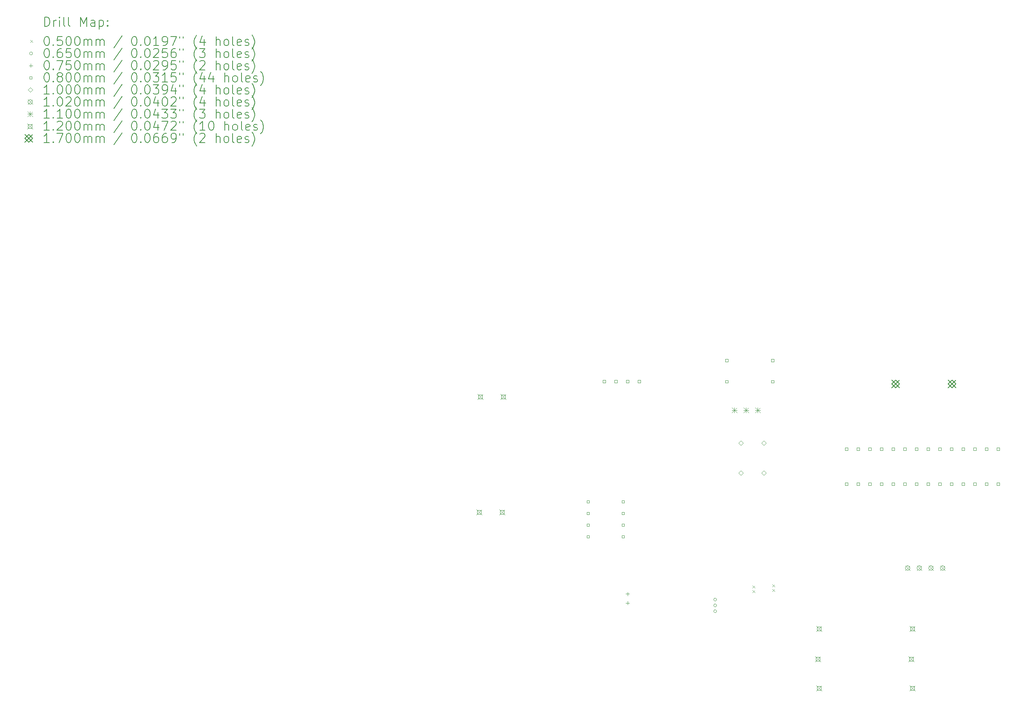
<source format=gbr>
%TF.GenerationSoftware,KiCad,Pcbnew,7.0.7*%
%TF.CreationDate,2023-12-03T21:02:50-03:00*%
%TF.ProjectId,Chocadeira,43686f63-6164-4656-9972-612e6b696361,rev?*%
%TF.SameCoordinates,Original*%
%TF.FileFunction,Drillmap*%
%TF.FilePolarity,Positive*%
%FSLAX45Y45*%
G04 Gerber Fmt 4.5, Leading zero omitted, Abs format (unit mm)*
G04 Created by KiCad (PCBNEW 7.0.7) date 2023-12-03 21:02:50*
%MOMM*%
%LPD*%
G01*
G04 APERTURE LIST*
%ADD10C,0.200000*%
%ADD11C,0.050000*%
%ADD12C,0.065000*%
%ADD13C,0.075000*%
%ADD14C,0.080000*%
%ADD15C,0.100000*%
%ADD16C,0.102000*%
%ADD17C,0.110000*%
%ADD18C,0.120000*%
%ADD19C,0.170000*%
G04 APERTURE END LIST*
D10*
D11*
X15673200Y-12498200D02*
X15723200Y-12548200D01*
X15723200Y-12498200D02*
X15673200Y-12548200D01*
X15673200Y-12598200D02*
X15723200Y-12648200D01*
X15723200Y-12598200D02*
X15673200Y-12648200D01*
X16105000Y-12474400D02*
X16155000Y-12524400D01*
X16155000Y-12474400D02*
X16105000Y-12524400D01*
X16105000Y-12574400D02*
X16155000Y-12624400D01*
X16155000Y-12574400D02*
X16105000Y-12624400D01*
D12*
X14892500Y-12802600D02*
G75*
G03*
X14892500Y-12802600I-32500J0D01*
G01*
X14892500Y-12929600D02*
G75*
G03*
X14892500Y-12929600I-32500J0D01*
G01*
X14892500Y-13056600D02*
G75*
G03*
X14892500Y-13056600I-32500J0D01*
G01*
D13*
X12955000Y-12641300D02*
X12955000Y-12716300D01*
X12917500Y-12678800D02*
X12992500Y-12678800D01*
X12955000Y-12841300D02*
X12955000Y-12916300D01*
X12917500Y-12878800D02*
X12992500Y-12878800D01*
D14*
X12119684Y-10697285D02*
X12119684Y-10640716D01*
X12063115Y-10640716D01*
X12063115Y-10697285D01*
X12119684Y-10697285D01*
X12119684Y-10951285D02*
X12119684Y-10894716D01*
X12063115Y-10894716D01*
X12063115Y-10951285D01*
X12119684Y-10951285D01*
X12119684Y-11205284D02*
X12119684Y-11148716D01*
X12063115Y-11148716D01*
X12063115Y-11205284D01*
X12119684Y-11205284D01*
X12119684Y-11459284D02*
X12119684Y-11402715D01*
X12063115Y-11402715D01*
X12063115Y-11459284D01*
X12119684Y-11459284D01*
X12474284Y-8080084D02*
X12474284Y-8023515D01*
X12417715Y-8023515D01*
X12417715Y-8080084D01*
X12474284Y-8080084D01*
X12728284Y-8080084D02*
X12728284Y-8023515D01*
X12671715Y-8023515D01*
X12671715Y-8080084D01*
X12728284Y-8080084D01*
X12881684Y-10697285D02*
X12881684Y-10640716D01*
X12825115Y-10640716D01*
X12825115Y-10697285D01*
X12881684Y-10697285D01*
X12881684Y-10951285D02*
X12881684Y-10894716D01*
X12825115Y-10894716D01*
X12825115Y-10951285D01*
X12881684Y-10951285D01*
X12881684Y-11205284D02*
X12881684Y-11148716D01*
X12825115Y-11148716D01*
X12825115Y-11205284D01*
X12881684Y-11205284D01*
X12881684Y-11459284D02*
X12881684Y-11402715D01*
X12825115Y-11402715D01*
X12825115Y-11459284D01*
X12881684Y-11459284D01*
X12982284Y-8080084D02*
X12982284Y-8023515D01*
X12925715Y-8023515D01*
X12925715Y-8080084D01*
X12982284Y-8080084D01*
X13236284Y-8080084D02*
X13236284Y-8023515D01*
X13179715Y-8023515D01*
X13179715Y-8080084D01*
X13236284Y-8080084D01*
X15138484Y-7617484D02*
X15138484Y-7560915D01*
X15081915Y-7560915D01*
X15081915Y-7617484D01*
X15138484Y-7617484D01*
X15138484Y-8082484D02*
X15138484Y-8025915D01*
X15081915Y-8025915D01*
X15081915Y-8082484D01*
X15138484Y-8082484D01*
X16138484Y-7617484D02*
X16138484Y-7560915D01*
X16081915Y-7560915D01*
X16081915Y-7617484D01*
X16138484Y-7617484D01*
X16138484Y-8082484D02*
X16138484Y-8025915D01*
X16081915Y-8025915D01*
X16081915Y-8082484D01*
X16138484Y-8082484D01*
X17747085Y-9553285D02*
X17747085Y-9496716D01*
X17690516Y-9496716D01*
X17690516Y-9553285D01*
X17747085Y-9553285D01*
X17747085Y-10315285D02*
X17747085Y-10258716D01*
X17690516Y-10258716D01*
X17690516Y-10315285D01*
X17747085Y-10315285D01*
X18001085Y-9553285D02*
X18001085Y-9496716D01*
X17944516Y-9496716D01*
X17944516Y-9553285D01*
X18001085Y-9553285D01*
X18001085Y-10315285D02*
X18001085Y-10258716D01*
X17944516Y-10258716D01*
X17944516Y-10315285D01*
X18001085Y-10315285D01*
X18255085Y-9553285D02*
X18255085Y-9496716D01*
X18198516Y-9496716D01*
X18198516Y-9553285D01*
X18255085Y-9553285D01*
X18255085Y-10315285D02*
X18255085Y-10258716D01*
X18198516Y-10258716D01*
X18198516Y-10315285D01*
X18255085Y-10315285D01*
X18509085Y-9553285D02*
X18509085Y-9496716D01*
X18452516Y-9496716D01*
X18452516Y-9553285D01*
X18509085Y-9553285D01*
X18509085Y-10315285D02*
X18509085Y-10258716D01*
X18452516Y-10258716D01*
X18452516Y-10315285D01*
X18509085Y-10315285D01*
X18763085Y-9553285D02*
X18763085Y-9496716D01*
X18706516Y-9496716D01*
X18706516Y-9553285D01*
X18763085Y-9553285D01*
X18763085Y-10315285D02*
X18763085Y-10258716D01*
X18706516Y-10258716D01*
X18706516Y-10315285D01*
X18763085Y-10315285D01*
X19017085Y-9553285D02*
X19017085Y-9496716D01*
X18960516Y-9496716D01*
X18960516Y-9553285D01*
X19017085Y-9553285D01*
X19017085Y-10315285D02*
X19017085Y-10258716D01*
X18960516Y-10258716D01*
X18960516Y-10315285D01*
X19017085Y-10315285D01*
X19271085Y-9553285D02*
X19271085Y-9496716D01*
X19214516Y-9496716D01*
X19214516Y-9553285D01*
X19271085Y-9553285D01*
X19271085Y-10315285D02*
X19271085Y-10258716D01*
X19214516Y-10258716D01*
X19214516Y-10315285D01*
X19271085Y-10315285D01*
X19525085Y-9553285D02*
X19525085Y-9496716D01*
X19468516Y-9496716D01*
X19468516Y-9553285D01*
X19525085Y-9553285D01*
X19525085Y-10315285D02*
X19525085Y-10258716D01*
X19468516Y-10258716D01*
X19468516Y-10315285D01*
X19525085Y-10315285D01*
X19779085Y-9553285D02*
X19779085Y-9496716D01*
X19722516Y-9496716D01*
X19722516Y-9553285D01*
X19779085Y-9553285D01*
X19779085Y-10315285D02*
X19779085Y-10258716D01*
X19722516Y-10258716D01*
X19722516Y-10315285D01*
X19779085Y-10315285D01*
X20033085Y-9553285D02*
X20033085Y-9496716D01*
X19976516Y-9496716D01*
X19976516Y-9553285D01*
X20033085Y-9553285D01*
X20033085Y-10315285D02*
X20033085Y-10258716D01*
X19976516Y-10258716D01*
X19976516Y-10315285D01*
X20033085Y-10315285D01*
X20287085Y-9553285D02*
X20287085Y-9496716D01*
X20230516Y-9496716D01*
X20230516Y-9553285D01*
X20287085Y-9553285D01*
X20287085Y-10315285D02*
X20287085Y-10258716D01*
X20230516Y-10258716D01*
X20230516Y-10315285D01*
X20287085Y-10315285D01*
X20541085Y-9553285D02*
X20541085Y-9496716D01*
X20484516Y-9496716D01*
X20484516Y-9553285D01*
X20541085Y-9553285D01*
X20541085Y-10315285D02*
X20541085Y-10258716D01*
X20484516Y-10258716D01*
X20484516Y-10315285D01*
X20541085Y-10315285D01*
X20795085Y-9553285D02*
X20795085Y-9496716D01*
X20738516Y-9496716D01*
X20738516Y-9553285D01*
X20795085Y-9553285D01*
X20795085Y-10315285D02*
X20795085Y-10258716D01*
X20738516Y-10258716D01*
X20738516Y-10315285D01*
X20795085Y-10315285D01*
X21049085Y-9553285D02*
X21049085Y-9496716D01*
X20992516Y-9496716D01*
X20992516Y-9553285D01*
X21049085Y-9553285D01*
X21049085Y-10315285D02*
X21049085Y-10258716D01*
X20992516Y-10258716D01*
X20992516Y-10315285D01*
X21049085Y-10315285D01*
D15*
X15418200Y-9439200D02*
X15468200Y-9389200D01*
X15418200Y-9339200D01*
X15368200Y-9389200D01*
X15418200Y-9439200D01*
X15418200Y-10094200D02*
X15468200Y-10044200D01*
X15418200Y-9994200D01*
X15368200Y-10044200D01*
X15418200Y-10094200D01*
X15918200Y-9439200D02*
X15968200Y-9389200D01*
X15918200Y-9339200D01*
X15868200Y-9389200D01*
X15918200Y-9439200D01*
X15918200Y-10094200D02*
X15968200Y-10044200D01*
X15918200Y-9994200D01*
X15868200Y-10044200D01*
X15918200Y-10094200D01*
D16*
X18999000Y-12064800D02*
X19101000Y-12166800D01*
X19101000Y-12064800D02*
X18999000Y-12166800D01*
X19101000Y-12115800D02*
G75*
G03*
X19101000Y-12115800I-51000J0D01*
G01*
X19253000Y-12064800D02*
X19355000Y-12166800D01*
X19355000Y-12064800D02*
X19253000Y-12166800D01*
X19355000Y-12115800D02*
G75*
G03*
X19355000Y-12115800I-51000J0D01*
G01*
X19507000Y-12064800D02*
X19609000Y-12166800D01*
X19609000Y-12064800D02*
X19507000Y-12166800D01*
X19609000Y-12115800D02*
G75*
G03*
X19609000Y-12115800I-51000J0D01*
G01*
X19761000Y-12064800D02*
X19863000Y-12166800D01*
X19863000Y-12064800D02*
X19761000Y-12166800D01*
X19863000Y-12115800D02*
G75*
G03*
X19863000Y-12115800I-51000J0D01*
G01*
D17*
X15221200Y-8624200D02*
X15331200Y-8734200D01*
X15331200Y-8624200D02*
X15221200Y-8734200D01*
X15276200Y-8624200D02*
X15276200Y-8734200D01*
X15221200Y-8679200D02*
X15331200Y-8679200D01*
X15475200Y-8624200D02*
X15585200Y-8734200D01*
X15585200Y-8624200D02*
X15475200Y-8734200D01*
X15530200Y-8624200D02*
X15530200Y-8734200D01*
X15475200Y-8679200D02*
X15585200Y-8679200D01*
X15729200Y-8624200D02*
X15839200Y-8734200D01*
X15839200Y-8624200D02*
X15729200Y-8734200D01*
X15784200Y-8624200D02*
X15784200Y-8734200D01*
X15729200Y-8679200D02*
X15839200Y-8679200D01*
D18*
X9664000Y-10836600D02*
X9784000Y-10956600D01*
X9784000Y-10836600D02*
X9664000Y-10956600D01*
X9766427Y-10939027D02*
X9766427Y-10854173D01*
X9681573Y-10854173D01*
X9681573Y-10939027D01*
X9766427Y-10939027D01*
X9689800Y-8322000D02*
X9809800Y-8442000D01*
X9809800Y-8322000D02*
X9689800Y-8442000D01*
X9792227Y-8424427D02*
X9792227Y-8339573D01*
X9707373Y-8339573D01*
X9707373Y-8424427D01*
X9792227Y-8424427D01*
X10164000Y-10836600D02*
X10284000Y-10956600D01*
X10284000Y-10836600D02*
X10164000Y-10956600D01*
X10266427Y-10939027D02*
X10266427Y-10854173D01*
X10181573Y-10854173D01*
X10181573Y-10939027D01*
X10266427Y-10939027D01*
X10189800Y-8322000D02*
X10309800Y-8442000D01*
X10309800Y-8322000D02*
X10189800Y-8442000D01*
X10292227Y-8424427D02*
X10292227Y-8339573D01*
X10207373Y-8339573D01*
X10207373Y-8424427D01*
X10292227Y-8424427D01*
X17034200Y-14037000D02*
X17154200Y-14157000D01*
X17154200Y-14037000D02*
X17034200Y-14157000D01*
X17136627Y-14139427D02*
X17136627Y-14054573D01*
X17051773Y-14054573D01*
X17051773Y-14139427D01*
X17136627Y-14139427D01*
X17059600Y-13376600D02*
X17179600Y-13496600D01*
X17179600Y-13376600D02*
X17059600Y-13496600D01*
X17162027Y-13479027D02*
X17162027Y-13394173D01*
X17077173Y-13394173D01*
X17077173Y-13479027D01*
X17162027Y-13479027D01*
X17059600Y-14672000D02*
X17179600Y-14792000D01*
X17179600Y-14672000D02*
X17059600Y-14792000D01*
X17162027Y-14774427D02*
X17162027Y-14689573D01*
X17077173Y-14689573D01*
X17077173Y-14774427D01*
X17162027Y-14774427D01*
X19066200Y-14037000D02*
X19186200Y-14157000D01*
X19186200Y-14037000D02*
X19066200Y-14157000D01*
X19168627Y-14139427D02*
X19168627Y-14054573D01*
X19083773Y-14054573D01*
X19083773Y-14139427D01*
X19168627Y-14139427D01*
X19091600Y-13376600D02*
X19211600Y-13496600D01*
X19211600Y-13376600D02*
X19091600Y-13496600D01*
X19194027Y-13479027D02*
X19194027Y-13394173D01*
X19109173Y-13394173D01*
X19109173Y-13479027D01*
X19194027Y-13479027D01*
X19091600Y-14672000D02*
X19211600Y-14792000D01*
X19211600Y-14672000D02*
X19091600Y-14792000D01*
X19194027Y-14774427D02*
X19194027Y-14689573D01*
X19109173Y-14689573D01*
X19109173Y-14774427D01*
X19194027Y-14774427D01*
D19*
X18700600Y-8017600D02*
X18870600Y-8187600D01*
X18870600Y-8017600D02*
X18700600Y-8187600D01*
X18785600Y-8187600D02*
X18870600Y-8102600D01*
X18785600Y-8017600D01*
X18700600Y-8102600D01*
X18785600Y-8187600D01*
X19934600Y-8017600D02*
X20104600Y-8187600D01*
X20104600Y-8017600D02*
X19934600Y-8187600D01*
X20019600Y-8187600D02*
X20104600Y-8102600D01*
X20019600Y-8017600D01*
X19934600Y-8102600D01*
X20019600Y-8187600D01*
D10*
X260777Y-311484D02*
X260777Y-111484D01*
X260777Y-111484D02*
X308396Y-111484D01*
X308396Y-111484D02*
X336967Y-121008D01*
X336967Y-121008D02*
X356015Y-140055D01*
X356015Y-140055D02*
X365539Y-159103D01*
X365539Y-159103D02*
X375062Y-197198D01*
X375062Y-197198D02*
X375062Y-225769D01*
X375062Y-225769D02*
X365539Y-263865D01*
X365539Y-263865D02*
X356015Y-282912D01*
X356015Y-282912D02*
X336967Y-301960D01*
X336967Y-301960D02*
X308396Y-311484D01*
X308396Y-311484D02*
X260777Y-311484D01*
X460777Y-311484D02*
X460777Y-178150D01*
X460777Y-216246D02*
X470301Y-197198D01*
X470301Y-197198D02*
X479824Y-187674D01*
X479824Y-187674D02*
X498872Y-178150D01*
X498872Y-178150D02*
X517920Y-178150D01*
X584586Y-311484D02*
X584586Y-178150D01*
X584586Y-111484D02*
X575063Y-121008D01*
X575063Y-121008D02*
X584586Y-130531D01*
X584586Y-130531D02*
X594110Y-121008D01*
X594110Y-121008D02*
X584586Y-111484D01*
X584586Y-111484D02*
X584586Y-130531D01*
X708396Y-311484D02*
X689348Y-301960D01*
X689348Y-301960D02*
X679824Y-282912D01*
X679824Y-282912D02*
X679824Y-111484D01*
X813158Y-311484D02*
X794110Y-301960D01*
X794110Y-301960D02*
X784586Y-282912D01*
X784586Y-282912D02*
X784586Y-111484D01*
X1041729Y-311484D02*
X1041729Y-111484D01*
X1041729Y-111484D02*
X1108396Y-254341D01*
X1108396Y-254341D02*
X1175063Y-111484D01*
X1175063Y-111484D02*
X1175063Y-311484D01*
X1356015Y-311484D02*
X1356015Y-206722D01*
X1356015Y-206722D02*
X1346491Y-187674D01*
X1346491Y-187674D02*
X1327444Y-178150D01*
X1327444Y-178150D02*
X1289348Y-178150D01*
X1289348Y-178150D02*
X1270301Y-187674D01*
X1356015Y-301960D02*
X1336967Y-311484D01*
X1336967Y-311484D02*
X1289348Y-311484D01*
X1289348Y-311484D02*
X1270301Y-301960D01*
X1270301Y-301960D02*
X1260777Y-282912D01*
X1260777Y-282912D02*
X1260777Y-263865D01*
X1260777Y-263865D02*
X1270301Y-244817D01*
X1270301Y-244817D02*
X1289348Y-235293D01*
X1289348Y-235293D02*
X1336967Y-235293D01*
X1336967Y-235293D02*
X1356015Y-225769D01*
X1451253Y-178150D02*
X1451253Y-378150D01*
X1451253Y-187674D02*
X1470301Y-178150D01*
X1470301Y-178150D02*
X1508396Y-178150D01*
X1508396Y-178150D02*
X1527443Y-187674D01*
X1527443Y-187674D02*
X1536967Y-197198D01*
X1536967Y-197198D02*
X1546491Y-216246D01*
X1546491Y-216246D02*
X1546491Y-273389D01*
X1546491Y-273389D02*
X1536967Y-292436D01*
X1536967Y-292436D02*
X1527443Y-301960D01*
X1527443Y-301960D02*
X1508396Y-311484D01*
X1508396Y-311484D02*
X1470301Y-311484D01*
X1470301Y-311484D02*
X1451253Y-301960D01*
X1632205Y-292436D02*
X1641729Y-301960D01*
X1641729Y-301960D02*
X1632205Y-311484D01*
X1632205Y-311484D02*
X1622682Y-301960D01*
X1622682Y-301960D02*
X1632205Y-292436D01*
X1632205Y-292436D02*
X1632205Y-311484D01*
X1632205Y-187674D02*
X1641729Y-197198D01*
X1641729Y-197198D02*
X1632205Y-206722D01*
X1632205Y-206722D02*
X1622682Y-197198D01*
X1622682Y-197198D02*
X1632205Y-187674D01*
X1632205Y-187674D02*
X1632205Y-206722D01*
D11*
X-50000Y-615000D02*
X0Y-665000D01*
X0Y-615000D02*
X-50000Y-665000D01*
D10*
X298872Y-531484D02*
X317920Y-531484D01*
X317920Y-531484D02*
X336967Y-541008D01*
X336967Y-541008D02*
X346491Y-550531D01*
X346491Y-550531D02*
X356015Y-569579D01*
X356015Y-569579D02*
X365539Y-607674D01*
X365539Y-607674D02*
X365539Y-655293D01*
X365539Y-655293D02*
X356015Y-693389D01*
X356015Y-693389D02*
X346491Y-712436D01*
X346491Y-712436D02*
X336967Y-721960D01*
X336967Y-721960D02*
X317920Y-731484D01*
X317920Y-731484D02*
X298872Y-731484D01*
X298872Y-731484D02*
X279824Y-721960D01*
X279824Y-721960D02*
X270301Y-712436D01*
X270301Y-712436D02*
X260777Y-693389D01*
X260777Y-693389D02*
X251253Y-655293D01*
X251253Y-655293D02*
X251253Y-607674D01*
X251253Y-607674D02*
X260777Y-569579D01*
X260777Y-569579D02*
X270301Y-550531D01*
X270301Y-550531D02*
X279824Y-541008D01*
X279824Y-541008D02*
X298872Y-531484D01*
X451253Y-712436D02*
X460777Y-721960D01*
X460777Y-721960D02*
X451253Y-731484D01*
X451253Y-731484D02*
X441729Y-721960D01*
X441729Y-721960D02*
X451253Y-712436D01*
X451253Y-712436D02*
X451253Y-731484D01*
X641729Y-531484D02*
X546491Y-531484D01*
X546491Y-531484D02*
X536967Y-626722D01*
X536967Y-626722D02*
X546491Y-617198D01*
X546491Y-617198D02*
X565539Y-607674D01*
X565539Y-607674D02*
X613158Y-607674D01*
X613158Y-607674D02*
X632205Y-617198D01*
X632205Y-617198D02*
X641729Y-626722D01*
X641729Y-626722D02*
X651253Y-645770D01*
X651253Y-645770D02*
X651253Y-693389D01*
X651253Y-693389D02*
X641729Y-712436D01*
X641729Y-712436D02*
X632205Y-721960D01*
X632205Y-721960D02*
X613158Y-731484D01*
X613158Y-731484D02*
X565539Y-731484D01*
X565539Y-731484D02*
X546491Y-721960D01*
X546491Y-721960D02*
X536967Y-712436D01*
X775062Y-531484D02*
X794110Y-531484D01*
X794110Y-531484D02*
X813158Y-541008D01*
X813158Y-541008D02*
X822682Y-550531D01*
X822682Y-550531D02*
X832205Y-569579D01*
X832205Y-569579D02*
X841729Y-607674D01*
X841729Y-607674D02*
X841729Y-655293D01*
X841729Y-655293D02*
X832205Y-693389D01*
X832205Y-693389D02*
X822682Y-712436D01*
X822682Y-712436D02*
X813158Y-721960D01*
X813158Y-721960D02*
X794110Y-731484D01*
X794110Y-731484D02*
X775062Y-731484D01*
X775062Y-731484D02*
X756015Y-721960D01*
X756015Y-721960D02*
X746491Y-712436D01*
X746491Y-712436D02*
X736967Y-693389D01*
X736967Y-693389D02*
X727443Y-655293D01*
X727443Y-655293D02*
X727443Y-607674D01*
X727443Y-607674D02*
X736967Y-569579D01*
X736967Y-569579D02*
X746491Y-550531D01*
X746491Y-550531D02*
X756015Y-541008D01*
X756015Y-541008D02*
X775062Y-531484D01*
X965539Y-531484D02*
X984586Y-531484D01*
X984586Y-531484D02*
X1003634Y-541008D01*
X1003634Y-541008D02*
X1013158Y-550531D01*
X1013158Y-550531D02*
X1022682Y-569579D01*
X1022682Y-569579D02*
X1032205Y-607674D01*
X1032205Y-607674D02*
X1032205Y-655293D01*
X1032205Y-655293D02*
X1022682Y-693389D01*
X1022682Y-693389D02*
X1013158Y-712436D01*
X1013158Y-712436D02*
X1003634Y-721960D01*
X1003634Y-721960D02*
X984586Y-731484D01*
X984586Y-731484D02*
X965539Y-731484D01*
X965539Y-731484D02*
X946491Y-721960D01*
X946491Y-721960D02*
X936967Y-712436D01*
X936967Y-712436D02*
X927443Y-693389D01*
X927443Y-693389D02*
X917920Y-655293D01*
X917920Y-655293D02*
X917920Y-607674D01*
X917920Y-607674D02*
X927443Y-569579D01*
X927443Y-569579D02*
X936967Y-550531D01*
X936967Y-550531D02*
X946491Y-541008D01*
X946491Y-541008D02*
X965539Y-531484D01*
X1117920Y-731484D02*
X1117920Y-598150D01*
X1117920Y-617198D02*
X1127444Y-607674D01*
X1127444Y-607674D02*
X1146491Y-598150D01*
X1146491Y-598150D02*
X1175063Y-598150D01*
X1175063Y-598150D02*
X1194110Y-607674D01*
X1194110Y-607674D02*
X1203634Y-626722D01*
X1203634Y-626722D02*
X1203634Y-731484D01*
X1203634Y-626722D02*
X1213158Y-607674D01*
X1213158Y-607674D02*
X1232205Y-598150D01*
X1232205Y-598150D02*
X1260777Y-598150D01*
X1260777Y-598150D02*
X1279825Y-607674D01*
X1279825Y-607674D02*
X1289348Y-626722D01*
X1289348Y-626722D02*
X1289348Y-731484D01*
X1384586Y-731484D02*
X1384586Y-598150D01*
X1384586Y-617198D02*
X1394110Y-607674D01*
X1394110Y-607674D02*
X1413158Y-598150D01*
X1413158Y-598150D02*
X1441729Y-598150D01*
X1441729Y-598150D02*
X1460777Y-607674D01*
X1460777Y-607674D02*
X1470301Y-626722D01*
X1470301Y-626722D02*
X1470301Y-731484D01*
X1470301Y-626722D02*
X1479824Y-607674D01*
X1479824Y-607674D02*
X1498872Y-598150D01*
X1498872Y-598150D02*
X1527443Y-598150D01*
X1527443Y-598150D02*
X1546491Y-607674D01*
X1546491Y-607674D02*
X1556015Y-626722D01*
X1556015Y-626722D02*
X1556015Y-731484D01*
X1946491Y-521960D02*
X1775063Y-779103D01*
X2203634Y-531484D02*
X2222682Y-531484D01*
X2222682Y-531484D02*
X2241729Y-541008D01*
X2241729Y-541008D02*
X2251253Y-550531D01*
X2251253Y-550531D02*
X2260777Y-569579D01*
X2260777Y-569579D02*
X2270301Y-607674D01*
X2270301Y-607674D02*
X2270301Y-655293D01*
X2270301Y-655293D02*
X2260777Y-693389D01*
X2260777Y-693389D02*
X2251253Y-712436D01*
X2251253Y-712436D02*
X2241729Y-721960D01*
X2241729Y-721960D02*
X2222682Y-731484D01*
X2222682Y-731484D02*
X2203634Y-731484D01*
X2203634Y-731484D02*
X2184587Y-721960D01*
X2184587Y-721960D02*
X2175063Y-712436D01*
X2175063Y-712436D02*
X2165539Y-693389D01*
X2165539Y-693389D02*
X2156015Y-655293D01*
X2156015Y-655293D02*
X2156015Y-607674D01*
X2156015Y-607674D02*
X2165539Y-569579D01*
X2165539Y-569579D02*
X2175063Y-550531D01*
X2175063Y-550531D02*
X2184587Y-541008D01*
X2184587Y-541008D02*
X2203634Y-531484D01*
X2356015Y-712436D02*
X2365539Y-721960D01*
X2365539Y-721960D02*
X2356015Y-731484D01*
X2356015Y-731484D02*
X2346491Y-721960D01*
X2346491Y-721960D02*
X2356015Y-712436D01*
X2356015Y-712436D02*
X2356015Y-731484D01*
X2489348Y-531484D02*
X2508396Y-531484D01*
X2508396Y-531484D02*
X2527444Y-541008D01*
X2527444Y-541008D02*
X2536968Y-550531D01*
X2536968Y-550531D02*
X2546491Y-569579D01*
X2546491Y-569579D02*
X2556015Y-607674D01*
X2556015Y-607674D02*
X2556015Y-655293D01*
X2556015Y-655293D02*
X2546491Y-693389D01*
X2546491Y-693389D02*
X2536968Y-712436D01*
X2536968Y-712436D02*
X2527444Y-721960D01*
X2527444Y-721960D02*
X2508396Y-731484D01*
X2508396Y-731484D02*
X2489348Y-731484D01*
X2489348Y-731484D02*
X2470301Y-721960D01*
X2470301Y-721960D02*
X2460777Y-712436D01*
X2460777Y-712436D02*
X2451253Y-693389D01*
X2451253Y-693389D02*
X2441729Y-655293D01*
X2441729Y-655293D02*
X2441729Y-607674D01*
X2441729Y-607674D02*
X2451253Y-569579D01*
X2451253Y-569579D02*
X2460777Y-550531D01*
X2460777Y-550531D02*
X2470301Y-541008D01*
X2470301Y-541008D02*
X2489348Y-531484D01*
X2746491Y-731484D02*
X2632206Y-731484D01*
X2689348Y-731484D02*
X2689348Y-531484D01*
X2689348Y-531484D02*
X2670301Y-560055D01*
X2670301Y-560055D02*
X2651253Y-579103D01*
X2651253Y-579103D02*
X2632206Y-588627D01*
X2841729Y-731484D02*
X2879825Y-731484D01*
X2879825Y-731484D02*
X2898872Y-721960D01*
X2898872Y-721960D02*
X2908396Y-712436D01*
X2908396Y-712436D02*
X2927444Y-683865D01*
X2927444Y-683865D02*
X2936967Y-645770D01*
X2936967Y-645770D02*
X2936967Y-569579D01*
X2936967Y-569579D02*
X2927444Y-550531D01*
X2927444Y-550531D02*
X2917920Y-541008D01*
X2917920Y-541008D02*
X2898872Y-531484D01*
X2898872Y-531484D02*
X2860777Y-531484D01*
X2860777Y-531484D02*
X2841729Y-541008D01*
X2841729Y-541008D02*
X2832206Y-550531D01*
X2832206Y-550531D02*
X2822682Y-569579D01*
X2822682Y-569579D02*
X2822682Y-617198D01*
X2822682Y-617198D02*
X2832206Y-636246D01*
X2832206Y-636246D02*
X2841729Y-645770D01*
X2841729Y-645770D02*
X2860777Y-655293D01*
X2860777Y-655293D02*
X2898872Y-655293D01*
X2898872Y-655293D02*
X2917920Y-645770D01*
X2917920Y-645770D02*
X2927444Y-636246D01*
X2927444Y-636246D02*
X2936967Y-617198D01*
X3003634Y-531484D02*
X3136967Y-531484D01*
X3136967Y-531484D02*
X3051253Y-731484D01*
X3203634Y-531484D02*
X3203634Y-569579D01*
X3279825Y-531484D02*
X3279825Y-569579D01*
X3575063Y-807674D02*
X3565539Y-798150D01*
X3565539Y-798150D02*
X3546491Y-769579D01*
X3546491Y-769579D02*
X3536968Y-750531D01*
X3536968Y-750531D02*
X3527444Y-721960D01*
X3527444Y-721960D02*
X3517920Y-674341D01*
X3517920Y-674341D02*
X3517920Y-636246D01*
X3517920Y-636246D02*
X3527444Y-588627D01*
X3527444Y-588627D02*
X3536968Y-560055D01*
X3536968Y-560055D02*
X3546491Y-541008D01*
X3546491Y-541008D02*
X3565539Y-512436D01*
X3565539Y-512436D02*
X3575063Y-502912D01*
X3736968Y-598150D02*
X3736968Y-731484D01*
X3689348Y-521960D02*
X3641729Y-664817D01*
X3641729Y-664817D02*
X3765539Y-664817D01*
X3994110Y-731484D02*
X3994110Y-531484D01*
X4079825Y-731484D02*
X4079825Y-626722D01*
X4079825Y-626722D02*
X4070301Y-607674D01*
X4070301Y-607674D02*
X4051253Y-598150D01*
X4051253Y-598150D02*
X4022682Y-598150D01*
X4022682Y-598150D02*
X4003634Y-607674D01*
X4003634Y-607674D02*
X3994110Y-617198D01*
X4203634Y-731484D02*
X4184587Y-721960D01*
X4184587Y-721960D02*
X4175063Y-712436D01*
X4175063Y-712436D02*
X4165539Y-693389D01*
X4165539Y-693389D02*
X4165539Y-636246D01*
X4165539Y-636246D02*
X4175063Y-617198D01*
X4175063Y-617198D02*
X4184587Y-607674D01*
X4184587Y-607674D02*
X4203634Y-598150D01*
X4203634Y-598150D02*
X4232206Y-598150D01*
X4232206Y-598150D02*
X4251253Y-607674D01*
X4251253Y-607674D02*
X4260777Y-617198D01*
X4260777Y-617198D02*
X4270301Y-636246D01*
X4270301Y-636246D02*
X4270301Y-693389D01*
X4270301Y-693389D02*
X4260777Y-712436D01*
X4260777Y-712436D02*
X4251253Y-721960D01*
X4251253Y-721960D02*
X4232206Y-731484D01*
X4232206Y-731484D02*
X4203634Y-731484D01*
X4384587Y-731484D02*
X4365539Y-721960D01*
X4365539Y-721960D02*
X4356015Y-702912D01*
X4356015Y-702912D02*
X4356015Y-531484D01*
X4536968Y-721960D02*
X4517920Y-731484D01*
X4517920Y-731484D02*
X4479825Y-731484D01*
X4479825Y-731484D02*
X4460777Y-721960D01*
X4460777Y-721960D02*
X4451253Y-702912D01*
X4451253Y-702912D02*
X4451253Y-626722D01*
X4451253Y-626722D02*
X4460777Y-607674D01*
X4460777Y-607674D02*
X4479825Y-598150D01*
X4479825Y-598150D02*
X4517920Y-598150D01*
X4517920Y-598150D02*
X4536968Y-607674D01*
X4536968Y-607674D02*
X4546492Y-626722D01*
X4546492Y-626722D02*
X4546492Y-645770D01*
X4546492Y-645770D02*
X4451253Y-664817D01*
X4622682Y-721960D02*
X4641730Y-731484D01*
X4641730Y-731484D02*
X4679825Y-731484D01*
X4679825Y-731484D02*
X4698873Y-721960D01*
X4698873Y-721960D02*
X4708396Y-702912D01*
X4708396Y-702912D02*
X4708396Y-693389D01*
X4708396Y-693389D02*
X4698873Y-674341D01*
X4698873Y-674341D02*
X4679825Y-664817D01*
X4679825Y-664817D02*
X4651253Y-664817D01*
X4651253Y-664817D02*
X4632206Y-655293D01*
X4632206Y-655293D02*
X4622682Y-636246D01*
X4622682Y-636246D02*
X4622682Y-626722D01*
X4622682Y-626722D02*
X4632206Y-607674D01*
X4632206Y-607674D02*
X4651253Y-598150D01*
X4651253Y-598150D02*
X4679825Y-598150D01*
X4679825Y-598150D02*
X4698873Y-607674D01*
X4775063Y-807674D02*
X4784587Y-798150D01*
X4784587Y-798150D02*
X4803634Y-769579D01*
X4803634Y-769579D02*
X4813158Y-750531D01*
X4813158Y-750531D02*
X4822682Y-721960D01*
X4822682Y-721960D02*
X4832206Y-674341D01*
X4832206Y-674341D02*
X4832206Y-636246D01*
X4832206Y-636246D02*
X4822682Y-588627D01*
X4822682Y-588627D02*
X4813158Y-560055D01*
X4813158Y-560055D02*
X4803634Y-541008D01*
X4803634Y-541008D02*
X4784587Y-512436D01*
X4784587Y-512436D02*
X4775063Y-502912D01*
D12*
X0Y-904000D02*
G75*
G03*
X0Y-904000I-32500J0D01*
G01*
D10*
X298872Y-795484D02*
X317920Y-795484D01*
X317920Y-795484D02*
X336967Y-805008D01*
X336967Y-805008D02*
X346491Y-814531D01*
X346491Y-814531D02*
X356015Y-833579D01*
X356015Y-833579D02*
X365539Y-871674D01*
X365539Y-871674D02*
X365539Y-919293D01*
X365539Y-919293D02*
X356015Y-957388D01*
X356015Y-957388D02*
X346491Y-976436D01*
X346491Y-976436D02*
X336967Y-985960D01*
X336967Y-985960D02*
X317920Y-995484D01*
X317920Y-995484D02*
X298872Y-995484D01*
X298872Y-995484D02*
X279824Y-985960D01*
X279824Y-985960D02*
X270301Y-976436D01*
X270301Y-976436D02*
X260777Y-957388D01*
X260777Y-957388D02*
X251253Y-919293D01*
X251253Y-919293D02*
X251253Y-871674D01*
X251253Y-871674D02*
X260777Y-833579D01*
X260777Y-833579D02*
X270301Y-814531D01*
X270301Y-814531D02*
X279824Y-805008D01*
X279824Y-805008D02*
X298872Y-795484D01*
X451253Y-976436D02*
X460777Y-985960D01*
X460777Y-985960D02*
X451253Y-995484D01*
X451253Y-995484D02*
X441729Y-985960D01*
X441729Y-985960D02*
X451253Y-976436D01*
X451253Y-976436D02*
X451253Y-995484D01*
X632205Y-795484D02*
X594110Y-795484D01*
X594110Y-795484D02*
X575063Y-805008D01*
X575063Y-805008D02*
X565539Y-814531D01*
X565539Y-814531D02*
X546491Y-843103D01*
X546491Y-843103D02*
X536967Y-881198D01*
X536967Y-881198D02*
X536967Y-957388D01*
X536967Y-957388D02*
X546491Y-976436D01*
X546491Y-976436D02*
X556015Y-985960D01*
X556015Y-985960D02*
X575063Y-995484D01*
X575063Y-995484D02*
X613158Y-995484D01*
X613158Y-995484D02*
X632205Y-985960D01*
X632205Y-985960D02*
X641729Y-976436D01*
X641729Y-976436D02*
X651253Y-957388D01*
X651253Y-957388D02*
X651253Y-909769D01*
X651253Y-909769D02*
X641729Y-890722D01*
X641729Y-890722D02*
X632205Y-881198D01*
X632205Y-881198D02*
X613158Y-871674D01*
X613158Y-871674D02*
X575063Y-871674D01*
X575063Y-871674D02*
X556015Y-881198D01*
X556015Y-881198D02*
X546491Y-890722D01*
X546491Y-890722D02*
X536967Y-909769D01*
X832205Y-795484D02*
X736967Y-795484D01*
X736967Y-795484D02*
X727443Y-890722D01*
X727443Y-890722D02*
X736967Y-881198D01*
X736967Y-881198D02*
X756015Y-871674D01*
X756015Y-871674D02*
X803634Y-871674D01*
X803634Y-871674D02*
X822682Y-881198D01*
X822682Y-881198D02*
X832205Y-890722D01*
X832205Y-890722D02*
X841729Y-909769D01*
X841729Y-909769D02*
X841729Y-957388D01*
X841729Y-957388D02*
X832205Y-976436D01*
X832205Y-976436D02*
X822682Y-985960D01*
X822682Y-985960D02*
X803634Y-995484D01*
X803634Y-995484D02*
X756015Y-995484D01*
X756015Y-995484D02*
X736967Y-985960D01*
X736967Y-985960D02*
X727443Y-976436D01*
X965539Y-795484D02*
X984586Y-795484D01*
X984586Y-795484D02*
X1003634Y-805008D01*
X1003634Y-805008D02*
X1013158Y-814531D01*
X1013158Y-814531D02*
X1022682Y-833579D01*
X1022682Y-833579D02*
X1032205Y-871674D01*
X1032205Y-871674D02*
X1032205Y-919293D01*
X1032205Y-919293D02*
X1022682Y-957388D01*
X1022682Y-957388D02*
X1013158Y-976436D01*
X1013158Y-976436D02*
X1003634Y-985960D01*
X1003634Y-985960D02*
X984586Y-995484D01*
X984586Y-995484D02*
X965539Y-995484D01*
X965539Y-995484D02*
X946491Y-985960D01*
X946491Y-985960D02*
X936967Y-976436D01*
X936967Y-976436D02*
X927443Y-957388D01*
X927443Y-957388D02*
X917920Y-919293D01*
X917920Y-919293D02*
X917920Y-871674D01*
X917920Y-871674D02*
X927443Y-833579D01*
X927443Y-833579D02*
X936967Y-814531D01*
X936967Y-814531D02*
X946491Y-805008D01*
X946491Y-805008D02*
X965539Y-795484D01*
X1117920Y-995484D02*
X1117920Y-862150D01*
X1117920Y-881198D02*
X1127444Y-871674D01*
X1127444Y-871674D02*
X1146491Y-862150D01*
X1146491Y-862150D02*
X1175063Y-862150D01*
X1175063Y-862150D02*
X1194110Y-871674D01*
X1194110Y-871674D02*
X1203634Y-890722D01*
X1203634Y-890722D02*
X1203634Y-995484D01*
X1203634Y-890722D02*
X1213158Y-871674D01*
X1213158Y-871674D02*
X1232205Y-862150D01*
X1232205Y-862150D02*
X1260777Y-862150D01*
X1260777Y-862150D02*
X1279825Y-871674D01*
X1279825Y-871674D02*
X1289348Y-890722D01*
X1289348Y-890722D02*
X1289348Y-995484D01*
X1384586Y-995484D02*
X1384586Y-862150D01*
X1384586Y-881198D02*
X1394110Y-871674D01*
X1394110Y-871674D02*
X1413158Y-862150D01*
X1413158Y-862150D02*
X1441729Y-862150D01*
X1441729Y-862150D02*
X1460777Y-871674D01*
X1460777Y-871674D02*
X1470301Y-890722D01*
X1470301Y-890722D02*
X1470301Y-995484D01*
X1470301Y-890722D02*
X1479824Y-871674D01*
X1479824Y-871674D02*
X1498872Y-862150D01*
X1498872Y-862150D02*
X1527443Y-862150D01*
X1527443Y-862150D02*
X1546491Y-871674D01*
X1546491Y-871674D02*
X1556015Y-890722D01*
X1556015Y-890722D02*
X1556015Y-995484D01*
X1946491Y-785960D02*
X1775063Y-1043103D01*
X2203634Y-795484D02*
X2222682Y-795484D01*
X2222682Y-795484D02*
X2241729Y-805008D01*
X2241729Y-805008D02*
X2251253Y-814531D01*
X2251253Y-814531D02*
X2260777Y-833579D01*
X2260777Y-833579D02*
X2270301Y-871674D01*
X2270301Y-871674D02*
X2270301Y-919293D01*
X2270301Y-919293D02*
X2260777Y-957388D01*
X2260777Y-957388D02*
X2251253Y-976436D01*
X2251253Y-976436D02*
X2241729Y-985960D01*
X2241729Y-985960D02*
X2222682Y-995484D01*
X2222682Y-995484D02*
X2203634Y-995484D01*
X2203634Y-995484D02*
X2184587Y-985960D01*
X2184587Y-985960D02*
X2175063Y-976436D01*
X2175063Y-976436D02*
X2165539Y-957388D01*
X2165539Y-957388D02*
X2156015Y-919293D01*
X2156015Y-919293D02*
X2156015Y-871674D01*
X2156015Y-871674D02*
X2165539Y-833579D01*
X2165539Y-833579D02*
X2175063Y-814531D01*
X2175063Y-814531D02*
X2184587Y-805008D01*
X2184587Y-805008D02*
X2203634Y-795484D01*
X2356015Y-976436D02*
X2365539Y-985960D01*
X2365539Y-985960D02*
X2356015Y-995484D01*
X2356015Y-995484D02*
X2346491Y-985960D01*
X2346491Y-985960D02*
X2356015Y-976436D01*
X2356015Y-976436D02*
X2356015Y-995484D01*
X2489348Y-795484D02*
X2508396Y-795484D01*
X2508396Y-795484D02*
X2527444Y-805008D01*
X2527444Y-805008D02*
X2536968Y-814531D01*
X2536968Y-814531D02*
X2546491Y-833579D01*
X2546491Y-833579D02*
X2556015Y-871674D01*
X2556015Y-871674D02*
X2556015Y-919293D01*
X2556015Y-919293D02*
X2546491Y-957388D01*
X2546491Y-957388D02*
X2536968Y-976436D01*
X2536968Y-976436D02*
X2527444Y-985960D01*
X2527444Y-985960D02*
X2508396Y-995484D01*
X2508396Y-995484D02*
X2489348Y-995484D01*
X2489348Y-995484D02*
X2470301Y-985960D01*
X2470301Y-985960D02*
X2460777Y-976436D01*
X2460777Y-976436D02*
X2451253Y-957388D01*
X2451253Y-957388D02*
X2441729Y-919293D01*
X2441729Y-919293D02*
X2441729Y-871674D01*
X2441729Y-871674D02*
X2451253Y-833579D01*
X2451253Y-833579D02*
X2460777Y-814531D01*
X2460777Y-814531D02*
X2470301Y-805008D01*
X2470301Y-805008D02*
X2489348Y-795484D01*
X2632206Y-814531D02*
X2641729Y-805008D01*
X2641729Y-805008D02*
X2660777Y-795484D01*
X2660777Y-795484D02*
X2708396Y-795484D01*
X2708396Y-795484D02*
X2727444Y-805008D01*
X2727444Y-805008D02*
X2736968Y-814531D01*
X2736968Y-814531D02*
X2746491Y-833579D01*
X2746491Y-833579D02*
X2746491Y-852627D01*
X2746491Y-852627D02*
X2736968Y-881198D01*
X2736968Y-881198D02*
X2622682Y-995484D01*
X2622682Y-995484D02*
X2746491Y-995484D01*
X2927444Y-795484D02*
X2832206Y-795484D01*
X2832206Y-795484D02*
X2822682Y-890722D01*
X2822682Y-890722D02*
X2832206Y-881198D01*
X2832206Y-881198D02*
X2851253Y-871674D01*
X2851253Y-871674D02*
X2898872Y-871674D01*
X2898872Y-871674D02*
X2917920Y-881198D01*
X2917920Y-881198D02*
X2927444Y-890722D01*
X2927444Y-890722D02*
X2936967Y-909769D01*
X2936967Y-909769D02*
X2936967Y-957388D01*
X2936967Y-957388D02*
X2927444Y-976436D01*
X2927444Y-976436D02*
X2917920Y-985960D01*
X2917920Y-985960D02*
X2898872Y-995484D01*
X2898872Y-995484D02*
X2851253Y-995484D01*
X2851253Y-995484D02*
X2832206Y-985960D01*
X2832206Y-985960D02*
X2822682Y-976436D01*
X3108396Y-795484D02*
X3070301Y-795484D01*
X3070301Y-795484D02*
X3051253Y-805008D01*
X3051253Y-805008D02*
X3041729Y-814531D01*
X3041729Y-814531D02*
X3022682Y-843103D01*
X3022682Y-843103D02*
X3013158Y-881198D01*
X3013158Y-881198D02*
X3013158Y-957388D01*
X3013158Y-957388D02*
X3022682Y-976436D01*
X3022682Y-976436D02*
X3032206Y-985960D01*
X3032206Y-985960D02*
X3051253Y-995484D01*
X3051253Y-995484D02*
X3089348Y-995484D01*
X3089348Y-995484D02*
X3108396Y-985960D01*
X3108396Y-985960D02*
X3117920Y-976436D01*
X3117920Y-976436D02*
X3127444Y-957388D01*
X3127444Y-957388D02*
X3127444Y-909769D01*
X3127444Y-909769D02*
X3117920Y-890722D01*
X3117920Y-890722D02*
X3108396Y-881198D01*
X3108396Y-881198D02*
X3089348Y-871674D01*
X3089348Y-871674D02*
X3051253Y-871674D01*
X3051253Y-871674D02*
X3032206Y-881198D01*
X3032206Y-881198D02*
X3022682Y-890722D01*
X3022682Y-890722D02*
X3013158Y-909769D01*
X3203634Y-795484D02*
X3203634Y-833579D01*
X3279825Y-795484D02*
X3279825Y-833579D01*
X3575063Y-1071674D02*
X3565539Y-1062150D01*
X3565539Y-1062150D02*
X3546491Y-1033579D01*
X3546491Y-1033579D02*
X3536968Y-1014531D01*
X3536968Y-1014531D02*
X3527444Y-985960D01*
X3527444Y-985960D02*
X3517920Y-938341D01*
X3517920Y-938341D02*
X3517920Y-900246D01*
X3517920Y-900246D02*
X3527444Y-852627D01*
X3527444Y-852627D02*
X3536968Y-824055D01*
X3536968Y-824055D02*
X3546491Y-805008D01*
X3546491Y-805008D02*
X3565539Y-776436D01*
X3565539Y-776436D02*
X3575063Y-766912D01*
X3632206Y-795484D02*
X3756015Y-795484D01*
X3756015Y-795484D02*
X3689348Y-871674D01*
X3689348Y-871674D02*
X3717920Y-871674D01*
X3717920Y-871674D02*
X3736968Y-881198D01*
X3736968Y-881198D02*
X3746491Y-890722D01*
X3746491Y-890722D02*
X3756015Y-909769D01*
X3756015Y-909769D02*
X3756015Y-957388D01*
X3756015Y-957388D02*
X3746491Y-976436D01*
X3746491Y-976436D02*
X3736968Y-985960D01*
X3736968Y-985960D02*
X3717920Y-995484D01*
X3717920Y-995484D02*
X3660777Y-995484D01*
X3660777Y-995484D02*
X3641729Y-985960D01*
X3641729Y-985960D02*
X3632206Y-976436D01*
X3994110Y-995484D02*
X3994110Y-795484D01*
X4079825Y-995484D02*
X4079825Y-890722D01*
X4079825Y-890722D02*
X4070301Y-871674D01*
X4070301Y-871674D02*
X4051253Y-862150D01*
X4051253Y-862150D02*
X4022682Y-862150D01*
X4022682Y-862150D02*
X4003634Y-871674D01*
X4003634Y-871674D02*
X3994110Y-881198D01*
X4203634Y-995484D02*
X4184587Y-985960D01*
X4184587Y-985960D02*
X4175063Y-976436D01*
X4175063Y-976436D02*
X4165539Y-957388D01*
X4165539Y-957388D02*
X4165539Y-900246D01*
X4165539Y-900246D02*
X4175063Y-881198D01*
X4175063Y-881198D02*
X4184587Y-871674D01*
X4184587Y-871674D02*
X4203634Y-862150D01*
X4203634Y-862150D02*
X4232206Y-862150D01*
X4232206Y-862150D02*
X4251253Y-871674D01*
X4251253Y-871674D02*
X4260777Y-881198D01*
X4260777Y-881198D02*
X4270301Y-900246D01*
X4270301Y-900246D02*
X4270301Y-957388D01*
X4270301Y-957388D02*
X4260777Y-976436D01*
X4260777Y-976436D02*
X4251253Y-985960D01*
X4251253Y-985960D02*
X4232206Y-995484D01*
X4232206Y-995484D02*
X4203634Y-995484D01*
X4384587Y-995484D02*
X4365539Y-985960D01*
X4365539Y-985960D02*
X4356015Y-966912D01*
X4356015Y-966912D02*
X4356015Y-795484D01*
X4536968Y-985960D02*
X4517920Y-995484D01*
X4517920Y-995484D02*
X4479825Y-995484D01*
X4479825Y-995484D02*
X4460777Y-985960D01*
X4460777Y-985960D02*
X4451253Y-966912D01*
X4451253Y-966912D02*
X4451253Y-890722D01*
X4451253Y-890722D02*
X4460777Y-871674D01*
X4460777Y-871674D02*
X4479825Y-862150D01*
X4479825Y-862150D02*
X4517920Y-862150D01*
X4517920Y-862150D02*
X4536968Y-871674D01*
X4536968Y-871674D02*
X4546492Y-890722D01*
X4546492Y-890722D02*
X4546492Y-909769D01*
X4546492Y-909769D02*
X4451253Y-928817D01*
X4622682Y-985960D02*
X4641730Y-995484D01*
X4641730Y-995484D02*
X4679825Y-995484D01*
X4679825Y-995484D02*
X4698873Y-985960D01*
X4698873Y-985960D02*
X4708396Y-966912D01*
X4708396Y-966912D02*
X4708396Y-957388D01*
X4708396Y-957388D02*
X4698873Y-938341D01*
X4698873Y-938341D02*
X4679825Y-928817D01*
X4679825Y-928817D02*
X4651253Y-928817D01*
X4651253Y-928817D02*
X4632206Y-919293D01*
X4632206Y-919293D02*
X4622682Y-900246D01*
X4622682Y-900246D02*
X4622682Y-890722D01*
X4622682Y-890722D02*
X4632206Y-871674D01*
X4632206Y-871674D02*
X4651253Y-862150D01*
X4651253Y-862150D02*
X4679825Y-862150D01*
X4679825Y-862150D02*
X4698873Y-871674D01*
X4775063Y-1071674D02*
X4784587Y-1062150D01*
X4784587Y-1062150D02*
X4803634Y-1033579D01*
X4803634Y-1033579D02*
X4813158Y-1014531D01*
X4813158Y-1014531D02*
X4822682Y-985960D01*
X4822682Y-985960D02*
X4832206Y-938341D01*
X4832206Y-938341D02*
X4832206Y-900246D01*
X4832206Y-900246D02*
X4822682Y-852627D01*
X4822682Y-852627D02*
X4813158Y-824055D01*
X4813158Y-824055D02*
X4803634Y-805008D01*
X4803634Y-805008D02*
X4784587Y-776436D01*
X4784587Y-776436D02*
X4775063Y-766912D01*
D13*
X-37500Y-1130500D02*
X-37500Y-1205500D01*
X-75000Y-1168000D02*
X0Y-1168000D01*
D10*
X298872Y-1059484D02*
X317920Y-1059484D01*
X317920Y-1059484D02*
X336967Y-1069008D01*
X336967Y-1069008D02*
X346491Y-1078531D01*
X346491Y-1078531D02*
X356015Y-1097579D01*
X356015Y-1097579D02*
X365539Y-1135674D01*
X365539Y-1135674D02*
X365539Y-1183293D01*
X365539Y-1183293D02*
X356015Y-1221389D01*
X356015Y-1221389D02*
X346491Y-1240436D01*
X346491Y-1240436D02*
X336967Y-1249960D01*
X336967Y-1249960D02*
X317920Y-1259484D01*
X317920Y-1259484D02*
X298872Y-1259484D01*
X298872Y-1259484D02*
X279824Y-1249960D01*
X279824Y-1249960D02*
X270301Y-1240436D01*
X270301Y-1240436D02*
X260777Y-1221389D01*
X260777Y-1221389D02*
X251253Y-1183293D01*
X251253Y-1183293D02*
X251253Y-1135674D01*
X251253Y-1135674D02*
X260777Y-1097579D01*
X260777Y-1097579D02*
X270301Y-1078531D01*
X270301Y-1078531D02*
X279824Y-1069008D01*
X279824Y-1069008D02*
X298872Y-1059484D01*
X451253Y-1240436D02*
X460777Y-1249960D01*
X460777Y-1249960D02*
X451253Y-1259484D01*
X451253Y-1259484D02*
X441729Y-1249960D01*
X441729Y-1249960D02*
X451253Y-1240436D01*
X451253Y-1240436D02*
X451253Y-1259484D01*
X527444Y-1059484D02*
X660777Y-1059484D01*
X660777Y-1059484D02*
X575063Y-1259484D01*
X832205Y-1059484D02*
X736967Y-1059484D01*
X736967Y-1059484D02*
X727443Y-1154722D01*
X727443Y-1154722D02*
X736967Y-1145198D01*
X736967Y-1145198D02*
X756015Y-1135674D01*
X756015Y-1135674D02*
X803634Y-1135674D01*
X803634Y-1135674D02*
X822682Y-1145198D01*
X822682Y-1145198D02*
X832205Y-1154722D01*
X832205Y-1154722D02*
X841729Y-1173770D01*
X841729Y-1173770D02*
X841729Y-1221389D01*
X841729Y-1221389D02*
X832205Y-1240436D01*
X832205Y-1240436D02*
X822682Y-1249960D01*
X822682Y-1249960D02*
X803634Y-1259484D01*
X803634Y-1259484D02*
X756015Y-1259484D01*
X756015Y-1259484D02*
X736967Y-1249960D01*
X736967Y-1249960D02*
X727443Y-1240436D01*
X965539Y-1059484D02*
X984586Y-1059484D01*
X984586Y-1059484D02*
X1003634Y-1069008D01*
X1003634Y-1069008D02*
X1013158Y-1078531D01*
X1013158Y-1078531D02*
X1022682Y-1097579D01*
X1022682Y-1097579D02*
X1032205Y-1135674D01*
X1032205Y-1135674D02*
X1032205Y-1183293D01*
X1032205Y-1183293D02*
X1022682Y-1221389D01*
X1022682Y-1221389D02*
X1013158Y-1240436D01*
X1013158Y-1240436D02*
X1003634Y-1249960D01*
X1003634Y-1249960D02*
X984586Y-1259484D01*
X984586Y-1259484D02*
X965539Y-1259484D01*
X965539Y-1259484D02*
X946491Y-1249960D01*
X946491Y-1249960D02*
X936967Y-1240436D01*
X936967Y-1240436D02*
X927443Y-1221389D01*
X927443Y-1221389D02*
X917920Y-1183293D01*
X917920Y-1183293D02*
X917920Y-1135674D01*
X917920Y-1135674D02*
X927443Y-1097579D01*
X927443Y-1097579D02*
X936967Y-1078531D01*
X936967Y-1078531D02*
X946491Y-1069008D01*
X946491Y-1069008D02*
X965539Y-1059484D01*
X1117920Y-1259484D02*
X1117920Y-1126150D01*
X1117920Y-1145198D02*
X1127444Y-1135674D01*
X1127444Y-1135674D02*
X1146491Y-1126150D01*
X1146491Y-1126150D02*
X1175063Y-1126150D01*
X1175063Y-1126150D02*
X1194110Y-1135674D01*
X1194110Y-1135674D02*
X1203634Y-1154722D01*
X1203634Y-1154722D02*
X1203634Y-1259484D01*
X1203634Y-1154722D02*
X1213158Y-1135674D01*
X1213158Y-1135674D02*
X1232205Y-1126150D01*
X1232205Y-1126150D02*
X1260777Y-1126150D01*
X1260777Y-1126150D02*
X1279825Y-1135674D01*
X1279825Y-1135674D02*
X1289348Y-1154722D01*
X1289348Y-1154722D02*
X1289348Y-1259484D01*
X1384586Y-1259484D02*
X1384586Y-1126150D01*
X1384586Y-1145198D02*
X1394110Y-1135674D01*
X1394110Y-1135674D02*
X1413158Y-1126150D01*
X1413158Y-1126150D02*
X1441729Y-1126150D01*
X1441729Y-1126150D02*
X1460777Y-1135674D01*
X1460777Y-1135674D02*
X1470301Y-1154722D01*
X1470301Y-1154722D02*
X1470301Y-1259484D01*
X1470301Y-1154722D02*
X1479824Y-1135674D01*
X1479824Y-1135674D02*
X1498872Y-1126150D01*
X1498872Y-1126150D02*
X1527443Y-1126150D01*
X1527443Y-1126150D02*
X1546491Y-1135674D01*
X1546491Y-1135674D02*
X1556015Y-1154722D01*
X1556015Y-1154722D02*
X1556015Y-1259484D01*
X1946491Y-1049960D02*
X1775063Y-1307103D01*
X2203634Y-1059484D02*
X2222682Y-1059484D01*
X2222682Y-1059484D02*
X2241729Y-1069008D01*
X2241729Y-1069008D02*
X2251253Y-1078531D01*
X2251253Y-1078531D02*
X2260777Y-1097579D01*
X2260777Y-1097579D02*
X2270301Y-1135674D01*
X2270301Y-1135674D02*
X2270301Y-1183293D01*
X2270301Y-1183293D02*
X2260777Y-1221389D01*
X2260777Y-1221389D02*
X2251253Y-1240436D01*
X2251253Y-1240436D02*
X2241729Y-1249960D01*
X2241729Y-1249960D02*
X2222682Y-1259484D01*
X2222682Y-1259484D02*
X2203634Y-1259484D01*
X2203634Y-1259484D02*
X2184587Y-1249960D01*
X2184587Y-1249960D02*
X2175063Y-1240436D01*
X2175063Y-1240436D02*
X2165539Y-1221389D01*
X2165539Y-1221389D02*
X2156015Y-1183293D01*
X2156015Y-1183293D02*
X2156015Y-1135674D01*
X2156015Y-1135674D02*
X2165539Y-1097579D01*
X2165539Y-1097579D02*
X2175063Y-1078531D01*
X2175063Y-1078531D02*
X2184587Y-1069008D01*
X2184587Y-1069008D02*
X2203634Y-1059484D01*
X2356015Y-1240436D02*
X2365539Y-1249960D01*
X2365539Y-1249960D02*
X2356015Y-1259484D01*
X2356015Y-1259484D02*
X2346491Y-1249960D01*
X2346491Y-1249960D02*
X2356015Y-1240436D01*
X2356015Y-1240436D02*
X2356015Y-1259484D01*
X2489348Y-1059484D02*
X2508396Y-1059484D01*
X2508396Y-1059484D02*
X2527444Y-1069008D01*
X2527444Y-1069008D02*
X2536968Y-1078531D01*
X2536968Y-1078531D02*
X2546491Y-1097579D01*
X2546491Y-1097579D02*
X2556015Y-1135674D01*
X2556015Y-1135674D02*
X2556015Y-1183293D01*
X2556015Y-1183293D02*
X2546491Y-1221389D01*
X2546491Y-1221389D02*
X2536968Y-1240436D01*
X2536968Y-1240436D02*
X2527444Y-1249960D01*
X2527444Y-1249960D02*
X2508396Y-1259484D01*
X2508396Y-1259484D02*
X2489348Y-1259484D01*
X2489348Y-1259484D02*
X2470301Y-1249960D01*
X2470301Y-1249960D02*
X2460777Y-1240436D01*
X2460777Y-1240436D02*
X2451253Y-1221389D01*
X2451253Y-1221389D02*
X2441729Y-1183293D01*
X2441729Y-1183293D02*
X2441729Y-1135674D01*
X2441729Y-1135674D02*
X2451253Y-1097579D01*
X2451253Y-1097579D02*
X2460777Y-1078531D01*
X2460777Y-1078531D02*
X2470301Y-1069008D01*
X2470301Y-1069008D02*
X2489348Y-1059484D01*
X2632206Y-1078531D02*
X2641729Y-1069008D01*
X2641729Y-1069008D02*
X2660777Y-1059484D01*
X2660777Y-1059484D02*
X2708396Y-1059484D01*
X2708396Y-1059484D02*
X2727444Y-1069008D01*
X2727444Y-1069008D02*
X2736968Y-1078531D01*
X2736968Y-1078531D02*
X2746491Y-1097579D01*
X2746491Y-1097579D02*
X2746491Y-1116627D01*
X2746491Y-1116627D02*
X2736968Y-1145198D01*
X2736968Y-1145198D02*
X2622682Y-1259484D01*
X2622682Y-1259484D02*
X2746491Y-1259484D01*
X2841729Y-1259484D02*
X2879825Y-1259484D01*
X2879825Y-1259484D02*
X2898872Y-1249960D01*
X2898872Y-1249960D02*
X2908396Y-1240436D01*
X2908396Y-1240436D02*
X2927444Y-1211865D01*
X2927444Y-1211865D02*
X2936967Y-1173770D01*
X2936967Y-1173770D02*
X2936967Y-1097579D01*
X2936967Y-1097579D02*
X2927444Y-1078531D01*
X2927444Y-1078531D02*
X2917920Y-1069008D01*
X2917920Y-1069008D02*
X2898872Y-1059484D01*
X2898872Y-1059484D02*
X2860777Y-1059484D01*
X2860777Y-1059484D02*
X2841729Y-1069008D01*
X2841729Y-1069008D02*
X2832206Y-1078531D01*
X2832206Y-1078531D02*
X2822682Y-1097579D01*
X2822682Y-1097579D02*
X2822682Y-1145198D01*
X2822682Y-1145198D02*
X2832206Y-1164246D01*
X2832206Y-1164246D02*
X2841729Y-1173770D01*
X2841729Y-1173770D02*
X2860777Y-1183293D01*
X2860777Y-1183293D02*
X2898872Y-1183293D01*
X2898872Y-1183293D02*
X2917920Y-1173770D01*
X2917920Y-1173770D02*
X2927444Y-1164246D01*
X2927444Y-1164246D02*
X2936967Y-1145198D01*
X3117920Y-1059484D02*
X3022682Y-1059484D01*
X3022682Y-1059484D02*
X3013158Y-1154722D01*
X3013158Y-1154722D02*
X3022682Y-1145198D01*
X3022682Y-1145198D02*
X3041729Y-1135674D01*
X3041729Y-1135674D02*
X3089348Y-1135674D01*
X3089348Y-1135674D02*
X3108396Y-1145198D01*
X3108396Y-1145198D02*
X3117920Y-1154722D01*
X3117920Y-1154722D02*
X3127444Y-1173770D01*
X3127444Y-1173770D02*
X3127444Y-1221389D01*
X3127444Y-1221389D02*
X3117920Y-1240436D01*
X3117920Y-1240436D02*
X3108396Y-1249960D01*
X3108396Y-1249960D02*
X3089348Y-1259484D01*
X3089348Y-1259484D02*
X3041729Y-1259484D01*
X3041729Y-1259484D02*
X3022682Y-1249960D01*
X3022682Y-1249960D02*
X3013158Y-1240436D01*
X3203634Y-1059484D02*
X3203634Y-1097579D01*
X3279825Y-1059484D02*
X3279825Y-1097579D01*
X3575063Y-1335674D02*
X3565539Y-1326150D01*
X3565539Y-1326150D02*
X3546491Y-1297579D01*
X3546491Y-1297579D02*
X3536968Y-1278531D01*
X3536968Y-1278531D02*
X3527444Y-1249960D01*
X3527444Y-1249960D02*
X3517920Y-1202341D01*
X3517920Y-1202341D02*
X3517920Y-1164246D01*
X3517920Y-1164246D02*
X3527444Y-1116627D01*
X3527444Y-1116627D02*
X3536968Y-1088055D01*
X3536968Y-1088055D02*
X3546491Y-1069008D01*
X3546491Y-1069008D02*
X3565539Y-1040436D01*
X3565539Y-1040436D02*
X3575063Y-1030912D01*
X3641729Y-1078531D02*
X3651253Y-1069008D01*
X3651253Y-1069008D02*
X3670301Y-1059484D01*
X3670301Y-1059484D02*
X3717920Y-1059484D01*
X3717920Y-1059484D02*
X3736968Y-1069008D01*
X3736968Y-1069008D02*
X3746491Y-1078531D01*
X3746491Y-1078531D02*
X3756015Y-1097579D01*
X3756015Y-1097579D02*
X3756015Y-1116627D01*
X3756015Y-1116627D02*
X3746491Y-1145198D01*
X3746491Y-1145198D02*
X3632206Y-1259484D01*
X3632206Y-1259484D02*
X3756015Y-1259484D01*
X3994110Y-1259484D02*
X3994110Y-1059484D01*
X4079825Y-1259484D02*
X4079825Y-1154722D01*
X4079825Y-1154722D02*
X4070301Y-1135674D01*
X4070301Y-1135674D02*
X4051253Y-1126150D01*
X4051253Y-1126150D02*
X4022682Y-1126150D01*
X4022682Y-1126150D02*
X4003634Y-1135674D01*
X4003634Y-1135674D02*
X3994110Y-1145198D01*
X4203634Y-1259484D02*
X4184587Y-1249960D01*
X4184587Y-1249960D02*
X4175063Y-1240436D01*
X4175063Y-1240436D02*
X4165539Y-1221389D01*
X4165539Y-1221389D02*
X4165539Y-1164246D01*
X4165539Y-1164246D02*
X4175063Y-1145198D01*
X4175063Y-1145198D02*
X4184587Y-1135674D01*
X4184587Y-1135674D02*
X4203634Y-1126150D01*
X4203634Y-1126150D02*
X4232206Y-1126150D01*
X4232206Y-1126150D02*
X4251253Y-1135674D01*
X4251253Y-1135674D02*
X4260777Y-1145198D01*
X4260777Y-1145198D02*
X4270301Y-1164246D01*
X4270301Y-1164246D02*
X4270301Y-1221389D01*
X4270301Y-1221389D02*
X4260777Y-1240436D01*
X4260777Y-1240436D02*
X4251253Y-1249960D01*
X4251253Y-1249960D02*
X4232206Y-1259484D01*
X4232206Y-1259484D02*
X4203634Y-1259484D01*
X4384587Y-1259484D02*
X4365539Y-1249960D01*
X4365539Y-1249960D02*
X4356015Y-1230912D01*
X4356015Y-1230912D02*
X4356015Y-1059484D01*
X4536968Y-1249960D02*
X4517920Y-1259484D01*
X4517920Y-1259484D02*
X4479825Y-1259484D01*
X4479825Y-1259484D02*
X4460777Y-1249960D01*
X4460777Y-1249960D02*
X4451253Y-1230912D01*
X4451253Y-1230912D02*
X4451253Y-1154722D01*
X4451253Y-1154722D02*
X4460777Y-1135674D01*
X4460777Y-1135674D02*
X4479825Y-1126150D01*
X4479825Y-1126150D02*
X4517920Y-1126150D01*
X4517920Y-1126150D02*
X4536968Y-1135674D01*
X4536968Y-1135674D02*
X4546492Y-1154722D01*
X4546492Y-1154722D02*
X4546492Y-1173770D01*
X4546492Y-1173770D02*
X4451253Y-1192817D01*
X4622682Y-1249960D02*
X4641730Y-1259484D01*
X4641730Y-1259484D02*
X4679825Y-1259484D01*
X4679825Y-1259484D02*
X4698873Y-1249960D01*
X4698873Y-1249960D02*
X4708396Y-1230912D01*
X4708396Y-1230912D02*
X4708396Y-1221389D01*
X4708396Y-1221389D02*
X4698873Y-1202341D01*
X4698873Y-1202341D02*
X4679825Y-1192817D01*
X4679825Y-1192817D02*
X4651253Y-1192817D01*
X4651253Y-1192817D02*
X4632206Y-1183293D01*
X4632206Y-1183293D02*
X4622682Y-1164246D01*
X4622682Y-1164246D02*
X4622682Y-1154722D01*
X4622682Y-1154722D02*
X4632206Y-1135674D01*
X4632206Y-1135674D02*
X4651253Y-1126150D01*
X4651253Y-1126150D02*
X4679825Y-1126150D01*
X4679825Y-1126150D02*
X4698873Y-1135674D01*
X4775063Y-1335674D02*
X4784587Y-1326150D01*
X4784587Y-1326150D02*
X4803634Y-1297579D01*
X4803634Y-1297579D02*
X4813158Y-1278531D01*
X4813158Y-1278531D02*
X4822682Y-1249960D01*
X4822682Y-1249960D02*
X4832206Y-1202341D01*
X4832206Y-1202341D02*
X4832206Y-1164246D01*
X4832206Y-1164246D02*
X4822682Y-1116627D01*
X4822682Y-1116627D02*
X4813158Y-1088055D01*
X4813158Y-1088055D02*
X4803634Y-1069008D01*
X4803634Y-1069008D02*
X4784587Y-1040436D01*
X4784587Y-1040436D02*
X4775063Y-1030912D01*
D14*
X-11715Y-1460284D02*
X-11715Y-1403715D01*
X-68285Y-1403715D01*
X-68285Y-1460284D01*
X-11715Y-1460284D01*
D10*
X298872Y-1323484D02*
X317920Y-1323484D01*
X317920Y-1323484D02*
X336967Y-1333008D01*
X336967Y-1333008D02*
X346491Y-1342531D01*
X346491Y-1342531D02*
X356015Y-1361579D01*
X356015Y-1361579D02*
X365539Y-1399674D01*
X365539Y-1399674D02*
X365539Y-1447293D01*
X365539Y-1447293D02*
X356015Y-1485388D01*
X356015Y-1485388D02*
X346491Y-1504436D01*
X346491Y-1504436D02*
X336967Y-1513960D01*
X336967Y-1513960D02*
X317920Y-1523484D01*
X317920Y-1523484D02*
X298872Y-1523484D01*
X298872Y-1523484D02*
X279824Y-1513960D01*
X279824Y-1513960D02*
X270301Y-1504436D01*
X270301Y-1504436D02*
X260777Y-1485388D01*
X260777Y-1485388D02*
X251253Y-1447293D01*
X251253Y-1447293D02*
X251253Y-1399674D01*
X251253Y-1399674D02*
X260777Y-1361579D01*
X260777Y-1361579D02*
X270301Y-1342531D01*
X270301Y-1342531D02*
X279824Y-1333008D01*
X279824Y-1333008D02*
X298872Y-1323484D01*
X451253Y-1504436D02*
X460777Y-1513960D01*
X460777Y-1513960D02*
X451253Y-1523484D01*
X451253Y-1523484D02*
X441729Y-1513960D01*
X441729Y-1513960D02*
X451253Y-1504436D01*
X451253Y-1504436D02*
X451253Y-1523484D01*
X575063Y-1409198D02*
X556015Y-1399674D01*
X556015Y-1399674D02*
X546491Y-1390150D01*
X546491Y-1390150D02*
X536967Y-1371103D01*
X536967Y-1371103D02*
X536967Y-1361579D01*
X536967Y-1361579D02*
X546491Y-1342531D01*
X546491Y-1342531D02*
X556015Y-1333008D01*
X556015Y-1333008D02*
X575063Y-1323484D01*
X575063Y-1323484D02*
X613158Y-1323484D01*
X613158Y-1323484D02*
X632205Y-1333008D01*
X632205Y-1333008D02*
X641729Y-1342531D01*
X641729Y-1342531D02*
X651253Y-1361579D01*
X651253Y-1361579D02*
X651253Y-1371103D01*
X651253Y-1371103D02*
X641729Y-1390150D01*
X641729Y-1390150D02*
X632205Y-1399674D01*
X632205Y-1399674D02*
X613158Y-1409198D01*
X613158Y-1409198D02*
X575063Y-1409198D01*
X575063Y-1409198D02*
X556015Y-1418722D01*
X556015Y-1418722D02*
X546491Y-1428246D01*
X546491Y-1428246D02*
X536967Y-1447293D01*
X536967Y-1447293D02*
X536967Y-1485388D01*
X536967Y-1485388D02*
X546491Y-1504436D01*
X546491Y-1504436D02*
X556015Y-1513960D01*
X556015Y-1513960D02*
X575063Y-1523484D01*
X575063Y-1523484D02*
X613158Y-1523484D01*
X613158Y-1523484D02*
X632205Y-1513960D01*
X632205Y-1513960D02*
X641729Y-1504436D01*
X641729Y-1504436D02*
X651253Y-1485388D01*
X651253Y-1485388D02*
X651253Y-1447293D01*
X651253Y-1447293D02*
X641729Y-1428246D01*
X641729Y-1428246D02*
X632205Y-1418722D01*
X632205Y-1418722D02*
X613158Y-1409198D01*
X775062Y-1323484D02*
X794110Y-1323484D01*
X794110Y-1323484D02*
X813158Y-1333008D01*
X813158Y-1333008D02*
X822682Y-1342531D01*
X822682Y-1342531D02*
X832205Y-1361579D01*
X832205Y-1361579D02*
X841729Y-1399674D01*
X841729Y-1399674D02*
X841729Y-1447293D01*
X841729Y-1447293D02*
X832205Y-1485388D01*
X832205Y-1485388D02*
X822682Y-1504436D01*
X822682Y-1504436D02*
X813158Y-1513960D01*
X813158Y-1513960D02*
X794110Y-1523484D01*
X794110Y-1523484D02*
X775062Y-1523484D01*
X775062Y-1523484D02*
X756015Y-1513960D01*
X756015Y-1513960D02*
X746491Y-1504436D01*
X746491Y-1504436D02*
X736967Y-1485388D01*
X736967Y-1485388D02*
X727443Y-1447293D01*
X727443Y-1447293D02*
X727443Y-1399674D01*
X727443Y-1399674D02*
X736967Y-1361579D01*
X736967Y-1361579D02*
X746491Y-1342531D01*
X746491Y-1342531D02*
X756015Y-1333008D01*
X756015Y-1333008D02*
X775062Y-1323484D01*
X965539Y-1323484D02*
X984586Y-1323484D01*
X984586Y-1323484D02*
X1003634Y-1333008D01*
X1003634Y-1333008D02*
X1013158Y-1342531D01*
X1013158Y-1342531D02*
X1022682Y-1361579D01*
X1022682Y-1361579D02*
X1032205Y-1399674D01*
X1032205Y-1399674D02*
X1032205Y-1447293D01*
X1032205Y-1447293D02*
X1022682Y-1485388D01*
X1022682Y-1485388D02*
X1013158Y-1504436D01*
X1013158Y-1504436D02*
X1003634Y-1513960D01*
X1003634Y-1513960D02*
X984586Y-1523484D01*
X984586Y-1523484D02*
X965539Y-1523484D01*
X965539Y-1523484D02*
X946491Y-1513960D01*
X946491Y-1513960D02*
X936967Y-1504436D01*
X936967Y-1504436D02*
X927443Y-1485388D01*
X927443Y-1485388D02*
X917920Y-1447293D01*
X917920Y-1447293D02*
X917920Y-1399674D01*
X917920Y-1399674D02*
X927443Y-1361579D01*
X927443Y-1361579D02*
X936967Y-1342531D01*
X936967Y-1342531D02*
X946491Y-1333008D01*
X946491Y-1333008D02*
X965539Y-1323484D01*
X1117920Y-1523484D02*
X1117920Y-1390150D01*
X1117920Y-1409198D02*
X1127444Y-1399674D01*
X1127444Y-1399674D02*
X1146491Y-1390150D01*
X1146491Y-1390150D02*
X1175063Y-1390150D01*
X1175063Y-1390150D02*
X1194110Y-1399674D01*
X1194110Y-1399674D02*
X1203634Y-1418722D01*
X1203634Y-1418722D02*
X1203634Y-1523484D01*
X1203634Y-1418722D02*
X1213158Y-1399674D01*
X1213158Y-1399674D02*
X1232205Y-1390150D01*
X1232205Y-1390150D02*
X1260777Y-1390150D01*
X1260777Y-1390150D02*
X1279825Y-1399674D01*
X1279825Y-1399674D02*
X1289348Y-1418722D01*
X1289348Y-1418722D02*
X1289348Y-1523484D01*
X1384586Y-1523484D02*
X1384586Y-1390150D01*
X1384586Y-1409198D02*
X1394110Y-1399674D01*
X1394110Y-1399674D02*
X1413158Y-1390150D01*
X1413158Y-1390150D02*
X1441729Y-1390150D01*
X1441729Y-1390150D02*
X1460777Y-1399674D01*
X1460777Y-1399674D02*
X1470301Y-1418722D01*
X1470301Y-1418722D02*
X1470301Y-1523484D01*
X1470301Y-1418722D02*
X1479824Y-1399674D01*
X1479824Y-1399674D02*
X1498872Y-1390150D01*
X1498872Y-1390150D02*
X1527443Y-1390150D01*
X1527443Y-1390150D02*
X1546491Y-1399674D01*
X1546491Y-1399674D02*
X1556015Y-1418722D01*
X1556015Y-1418722D02*
X1556015Y-1523484D01*
X1946491Y-1313960D02*
X1775063Y-1571103D01*
X2203634Y-1323484D02*
X2222682Y-1323484D01*
X2222682Y-1323484D02*
X2241729Y-1333008D01*
X2241729Y-1333008D02*
X2251253Y-1342531D01*
X2251253Y-1342531D02*
X2260777Y-1361579D01*
X2260777Y-1361579D02*
X2270301Y-1399674D01*
X2270301Y-1399674D02*
X2270301Y-1447293D01*
X2270301Y-1447293D02*
X2260777Y-1485388D01*
X2260777Y-1485388D02*
X2251253Y-1504436D01*
X2251253Y-1504436D02*
X2241729Y-1513960D01*
X2241729Y-1513960D02*
X2222682Y-1523484D01*
X2222682Y-1523484D02*
X2203634Y-1523484D01*
X2203634Y-1523484D02*
X2184587Y-1513960D01*
X2184587Y-1513960D02*
X2175063Y-1504436D01*
X2175063Y-1504436D02*
X2165539Y-1485388D01*
X2165539Y-1485388D02*
X2156015Y-1447293D01*
X2156015Y-1447293D02*
X2156015Y-1399674D01*
X2156015Y-1399674D02*
X2165539Y-1361579D01*
X2165539Y-1361579D02*
X2175063Y-1342531D01*
X2175063Y-1342531D02*
X2184587Y-1333008D01*
X2184587Y-1333008D02*
X2203634Y-1323484D01*
X2356015Y-1504436D02*
X2365539Y-1513960D01*
X2365539Y-1513960D02*
X2356015Y-1523484D01*
X2356015Y-1523484D02*
X2346491Y-1513960D01*
X2346491Y-1513960D02*
X2356015Y-1504436D01*
X2356015Y-1504436D02*
X2356015Y-1523484D01*
X2489348Y-1323484D02*
X2508396Y-1323484D01*
X2508396Y-1323484D02*
X2527444Y-1333008D01*
X2527444Y-1333008D02*
X2536968Y-1342531D01*
X2536968Y-1342531D02*
X2546491Y-1361579D01*
X2546491Y-1361579D02*
X2556015Y-1399674D01*
X2556015Y-1399674D02*
X2556015Y-1447293D01*
X2556015Y-1447293D02*
X2546491Y-1485388D01*
X2546491Y-1485388D02*
X2536968Y-1504436D01*
X2536968Y-1504436D02*
X2527444Y-1513960D01*
X2527444Y-1513960D02*
X2508396Y-1523484D01*
X2508396Y-1523484D02*
X2489348Y-1523484D01*
X2489348Y-1523484D02*
X2470301Y-1513960D01*
X2470301Y-1513960D02*
X2460777Y-1504436D01*
X2460777Y-1504436D02*
X2451253Y-1485388D01*
X2451253Y-1485388D02*
X2441729Y-1447293D01*
X2441729Y-1447293D02*
X2441729Y-1399674D01*
X2441729Y-1399674D02*
X2451253Y-1361579D01*
X2451253Y-1361579D02*
X2460777Y-1342531D01*
X2460777Y-1342531D02*
X2470301Y-1333008D01*
X2470301Y-1333008D02*
X2489348Y-1323484D01*
X2622682Y-1323484D02*
X2746491Y-1323484D01*
X2746491Y-1323484D02*
X2679825Y-1399674D01*
X2679825Y-1399674D02*
X2708396Y-1399674D01*
X2708396Y-1399674D02*
X2727444Y-1409198D01*
X2727444Y-1409198D02*
X2736968Y-1418722D01*
X2736968Y-1418722D02*
X2746491Y-1437769D01*
X2746491Y-1437769D02*
X2746491Y-1485388D01*
X2746491Y-1485388D02*
X2736968Y-1504436D01*
X2736968Y-1504436D02*
X2727444Y-1513960D01*
X2727444Y-1513960D02*
X2708396Y-1523484D01*
X2708396Y-1523484D02*
X2651253Y-1523484D01*
X2651253Y-1523484D02*
X2632206Y-1513960D01*
X2632206Y-1513960D02*
X2622682Y-1504436D01*
X2936967Y-1523484D02*
X2822682Y-1523484D01*
X2879825Y-1523484D02*
X2879825Y-1323484D01*
X2879825Y-1323484D02*
X2860777Y-1352055D01*
X2860777Y-1352055D02*
X2841729Y-1371103D01*
X2841729Y-1371103D02*
X2822682Y-1380627D01*
X3117920Y-1323484D02*
X3022682Y-1323484D01*
X3022682Y-1323484D02*
X3013158Y-1418722D01*
X3013158Y-1418722D02*
X3022682Y-1409198D01*
X3022682Y-1409198D02*
X3041729Y-1399674D01*
X3041729Y-1399674D02*
X3089348Y-1399674D01*
X3089348Y-1399674D02*
X3108396Y-1409198D01*
X3108396Y-1409198D02*
X3117920Y-1418722D01*
X3117920Y-1418722D02*
X3127444Y-1437769D01*
X3127444Y-1437769D02*
X3127444Y-1485388D01*
X3127444Y-1485388D02*
X3117920Y-1504436D01*
X3117920Y-1504436D02*
X3108396Y-1513960D01*
X3108396Y-1513960D02*
X3089348Y-1523484D01*
X3089348Y-1523484D02*
X3041729Y-1523484D01*
X3041729Y-1523484D02*
X3022682Y-1513960D01*
X3022682Y-1513960D02*
X3013158Y-1504436D01*
X3203634Y-1323484D02*
X3203634Y-1361579D01*
X3279825Y-1323484D02*
X3279825Y-1361579D01*
X3575063Y-1599674D02*
X3565539Y-1590150D01*
X3565539Y-1590150D02*
X3546491Y-1561579D01*
X3546491Y-1561579D02*
X3536968Y-1542531D01*
X3536968Y-1542531D02*
X3527444Y-1513960D01*
X3527444Y-1513960D02*
X3517920Y-1466341D01*
X3517920Y-1466341D02*
X3517920Y-1428246D01*
X3517920Y-1428246D02*
X3527444Y-1380627D01*
X3527444Y-1380627D02*
X3536968Y-1352055D01*
X3536968Y-1352055D02*
X3546491Y-1333008D01*
X3546491Y-1333008D02*
X3565539Y-1304436D01*
X3565539Y-1304436D02*
X3575063Y-1294912D01*
X3736968Y-1390150D02*
X3736968Y-1523484D01*
X3689348Y-1313960D02*
X3641729Y-1456817D01*
X3641729Y-1456817D02*
X3765539Y-1456817D01*
X3927444Y-1390150D02*
X3927444Y-1523484D01*
X3879825Y-1313960D02*
X3832206Y-1456817D01*
X3832206Y-1456817D02*
X3956015Y-1456817D01*
X4184587Y-1523484D02*
X4184587Y-1323484D01*
X4270301Y-1523484D02*
X4270301Y-1418722D01*
X4270301Y-1418722D02*
X4260777Y-1399674D01*
X4260777Y-1399674D02*
X4241730Y-1390150D01*
X4241730Y-1390150D02*
X4213158Y-1390150D01*
X4213158Y-1390150D02*
X4194110Y-1399674D01*
X4194110Y-1399674D02*
X4184587Y-1409198D01*
X4394111Y-1523484D02*
X4375063Y-1513960D01*
X4375063Y-1513960D02*
X4365539Y-1504436D01*
X4365539Y-1504436D02*
X4356015Y-1485388D01*
X4356015Y-1485388D02*
X4356015Y-1428246D01*
X4356015Y-1428246D02*
X4365539Y-1409198D01*
X4365539Y-1409198D02*
X4375063Y-1399674D01*
X4375063Y-1399674D02*
X4394111Y-1390150D01*
X4394111Y-1390150D02*
X4422682Y-1390150D01*
X4422682Y-1390150D02*
X4441730Y-1399674D01*
X4441730Y-1399674D02*
X4451253Y-1409198D01*
X4451253Y-1409198D02*
X4460777Y-1428246D01*
X4460777Y-1428246D02*
X4460777Y-1485388D01*
X4460777Y-1485388D02*
X4451253Y-1504436D01*
X4451253Y-1504436D02*
X4441730Y-1513960D01*
X4441730Y-1513960D02*
X4422682Y-1523484D01*
X4422682Y-1523484D02*
X4394111Y-1523484D01*
X4575063Y-1523484D02*
X4556015Y-1513960D01*
X4556015Y-1513960D02*
X4546492Y-1494912D01*
X4546492Y-1494912D02*
X4546492Y-1323484D01*
X4727444Y-1513960D02*
X4708396Y-1523484D01*
X4708396Y-1523484D02*
X4670301Y-1523484D01*
X4670301Y-1523484D02*
X4651253Y-1513960D01*
X4651253Y-1513960D02*
X4641730Y-1494912D01*
X4641730Y-1494912D02*
X4641730Y-1418722D01*
X4641730Y-1418722D02*
X4651253Y-1399674D01*
X4651253Y-1399674D02*
X4670301Y-1390150D01*
X4670301Y-1390150D02*
X4708396Y-1390150D01*
X4708396Y-1390150D02*
X4727444Y-1399674D01*
X4727444Y-1399674D02*
X4736968Y-1418722D01*
X4736968Y-1418722D02*
X4736968Y-1437769D01*
X4736968Y-1437769D02*
X4641730Y-1456817D01*
X4813158Y-1513960D02*
X4832206Y-1523484D01*
X4832206Y-1523484D02*
X4870301Y-1523484D01*
X4870301Y-1523484D02*
X4889349Y-1513960D01*
X4889349Y-1513960D02*
X4898873Y-1494912D01*
X4898873Y-1494912D02*
X4898873Y-1485388D01*
X4898873Y-1485388D02*
X4889349Y-1466341D01*
X4889349Y-1466341D02*
X4870301Y-1456817D01*
X4870301Y-1456817D02*
X4841730Y-1456817D01*
X4841730Y-1456817D02*
X4822682Y-1447293D01*
X4822682Y-1447293D02*
X4813158Y-1428246D01*
X4813158Y-1428246D02*
X4813158Y-1418722D01*
X4813158Y-1418722D02*
X4822682Y-1399674D01*
X4822682Y-1399674D02*
X4841730Y-1390150D01*
X4841730Y-1390150D02*
X4870301Y-1390150D01*
X4870301Y-1390150D02*
X4889349Y-1399674D01*
X4965539Y-1599674D02*
X4975063Y-1590150D01*
X4975063Y-1590150D02*
X4994111Y-1561579D01*
X4994111Y-1561579D02*
X5003634Y-1542531D01*
X5003634Y-1542531D02*
X5013158Y-1513960D01*
X5013158Y-1513960D02*
X5022682Y-1466341D01*
X5022682Y-1466341D02*
X5022682Y-1428246D01*
X5022682Y-1428246D02*
X5013158Y-1380627D01*
X5013158Y-1380627D02*
X5003634Y-1352055D01*
X5003634Y-1352055D02*
X4994111Y-1333008D01*
X4994111Y-1333008D02*
X4975063Y-1304436D01*
X4975063Y-1304436D02*
X4965539Y-1294912D01*
D15*
X-50000Y-1746000D02*
X0Y-1696000D01*
X-50000Y-1646000D01*
X-100000Y-1696000D01*
X-50000Y-1746000D01*
D10*
X365539Y-1787484D02*
X251253Y-1787484D01*
X308396Y-1787484D02*
X308396Y-1587484D01*
X308396Y-1587484D02*
X289348Y-1616055D01*
X289348Y-1616055D02*
X270301Y-1635103D01*
X270301Y-1635103D02*
X251253Y-1644627D01*
X451253Y-1768436D02*
X460777Y-1777960D01*
X460777Y-1777960D02*
X451253Y-1787484D01*
X451253Y-1787484D02*
X441729Y-1777960D01*
X441729Y-1777960D02*
X451253Y-1768436D01*
X451253Y-1768436D02*
X451253Y-1787484D01*
X584586Y-1587484D02*
X603634Y-1587484D01*
X603634Y-1587484D02*
X622682Y-1597008D01*
X622682Y-1597008D02*
X632205Y-1606531D01*
X632205Y-1606531D02*
X641729Y-1625579D01*
X641729Y-1625579D02*
X651253Y-1663674D01*
X651253Y-1663674D02*
X651253Y-1711293D01*
X651253Y-1711293D02*
X641729Y-1749388D01*
X641729Y-1749388D02*
X632205Y-1768436D01*
X632205Y-1768436D02*
X622682Y-1777960D01*
X622682Y-1777960D02*
X603634Y-1787484D01*
X603634Y-1787484D02*
X584586Y-1787484D01*
X584586Y-1787484D02*
X565539Y-1777960D01*
X565539Y-1777960D02*
X556015Y-1768436D01*
X556015Y-1768436D02*
X546491Y-1749388D01*
X546491Y-1749388D02*
X536967Y-1711293D01*
X536967Y-1711293D02*
X536967Y-1663674D01*
X536967Y-1663674D02*
X546491Y-1625579D01*
X546491Y-1625579D02*
X556015Y-1606531D01*
X556015Y-1606531D02*
X565539Y-1597008D01*
X565539Y-1597008D02*
X584586Y-1587484D01*
X775062Y-1587484D02*
X794110Y-1587484D01*
X794110Y-1587484D02*
X813158Y-1597008D01*
X813158Y-1597008D02*
X822682Y-1606531D01*
X822682Y-1606531D02*
X832205Y-1625579D01*
X832205Y-1625579D02*
X841729Y-1663674D01*
X841729Y-1663674D02*
X841729Y-1711293D01*
X841729Y-1711293D02*
X832205Y-1749388D01*
X832205Y-1749388D02*
X822682Y-1768436D01*
X822682Y-1768436D02*
X813158Y-1777960D01*
X813158Y-1777960D02*
X794110Y-1787484D01*
X794110Y-1787484D02*
X775062Y-1787484D01*
X775062Y-1787484D02*
X756015Y-1777960D01*
X756015Y-1777960D02*
X746491Y-1768436D01*
X746491Y-1768436D02*
X736967Y-1749388D01*
X736967Y-1749388D02*
X727443Y-1711293D01*
X727443Y-1711293D02*
X727443Y-1663674D01*
X727443Y-1663674D02*
X736967Y-1625579D01*
X736967Y-1625579D02*
X746491Y-1606531D01*
X746491Y-1606531D02*
X756015Y-1597008D01*
X756015Y-1597008D02*
X775062Y-1587484D01*
X965539Y-1587484D02*
X984586Y-1587484D01*
X984586Y-1587484D02*
X1003634Y-1597008D01*
X1003634Y-1597008D02*
X1013158Y-1606531D01*
X1013158Y-1606531D02*
X1022682Y-1625579D01*
X1022682Y-1625579D02*
X1032205Y-1663674D01*
X1032205Y-1663674D02*
X1032205Y-1711293D01*
X1032205Y-1711293D02*
X1022682Y-1749388D01*
X1022682Y-1749388D02*
X1013158Y-1768436D01*
X1013158Y-1768436D02*
X1003634Y-1777960D01*
X1003634Y-1777960D02*
X984586Y-1787484D01*
X984586Y-1787484D02*
X965539Y-1787484D01*
X965539Y-1787484D02*
X946491Y-1777960D01*
X946491Y-1777960D02*
X936967Y-1768436D01*
X936967Y-1768436D02*
X927443Y-1749388D01*
X927443Y-1749388D02*
X917920Y-1711293D01*
X917920Y-1711293D02*
X917920Y-1663674D01*
X917920Y-1663674D02*
X927443Y-1625579D01*
X927443Y-1625579D02*
X936967Y-1606531D01*
X936967Y-1606531D02*
X946491Y-1597008D01*
X946491Y-1597008D02*
X965539Y-1587484D01*
X1117920Y-1787484D02*
X1117920Y-1654150D01*
X1117920Y-1673198D02*
X1127444Y-1663674D01*
X1127444Y-1663674D02*
X1146491Y-1654150D01*
X1146491Y-1654150D02*
X1175063Y-1654150D01*
X1175063Y-1654150D02*
X1194110Y-1663674D01*
X1194110Y-1663674D02*
X1203634Y-1682722D01*
X1203634Y-1682722D02*
X1203634Y-1787484D01*
X1203634Y-1682722D02*
X1213158Y-1663674D01*
X1213158Y-1663674D02*
X1232205Y-1654150D01*
X1232205Y-1654150D02*
X1260777Y-1654150D01*
X1260777Y-1654150D02*
X1279825Y-1663674D01*
X1279825Y-1663674D02*
X1289348Y-1682722D01*
X1289348Y-1682722D02*
X1289348Y-1787484D01*
X1384586Y-1787484D02*
X1384586Y-1654150D01*
X1384586Y-1673198D02*
X1394110Y-1663674D01*
X1394110Y-1663674D02*
X1413158Y-1654150D01*
X1413158Y-1654150D02*
X1441729Y-1654150D01*
X1441729Y-1654150D02*
X1460777Y-1663674D01*
X1460777Y-1663674D02*
X1470301Y-1682722D01*
X1470301Y-1682722D02*
X1470301Y-1787484D01*
X1470301Y-1682722D02*
X1479824Y-1663674D01*
X1479824Y-1663674D02*
X1498872Y-1654150D01*
X1498872Y-1654150D02*
X1527443Y-1654150D01*
X1527443Y-1654150D02*
X1546491Y-1663674D01*
X1546491Y-1663674D02*
X1556015Y-1682722D01*
X1556015Y-1682722D02*
X1556015Y-1787484D01*
X1946491Y-1577960D02*
X1775063Y-1835103D01*
X2203634Y-1587484D02*
X2222682Y-1587484D01*
X2222682Y-1587484D02*
X2241729Y-1597008D01*
X2241729Y-1597008D02*
X2251253Y-1606531D01*
X2251253Y-1606531D02*
X2260777Y-1625579D01*
X2260777Y-1625579D02*
X2270301Y-1663674D01*
X2270301Y-1663674D02*
X2270301Y-1711293D01*
X2270301Y-1711293D02*
X2260777Y-1749388D01*
X2260777Y-1749388D02*
X2251253Y-1768436D01*
X2251253Y-1768436D02*
X2241729Y-1777960D01*
X2241729Y-1777960D02*
X2222682Y-1787484D01*
X2222682Y-1787484D02*
X2203634Y-1787484D01*
X2203634Y-1787484D02*
X2184587Y-1777960D01*
X2184587Y-1777960D02*
X2175063Y-1768436D01*
X2175063Y-1768436D02*
X2165539Y-1749388D01*
X2165539Y-1749388D02*
X2156015Y-1711293D01*
X2156015Y-1711293D02*
X2156015Y-1663674D01*
X2156015Y-1663674D02*
X2165539Y-1625579D01*
X2165539Y-1625579D02*
X2175063Y-1606531D01*
X2175063Y-1606531D02*
X2184587Y-1597008D01*
X2184587Y-1597008D02*
X2203634Y-1587484D01*
X2356015Y-1768436D02*
X2365539Y-1777960D01*
X2365539Y-1777960D02*
X2356015Y-1787484D01*
X2356015Y-1787484D02*
X2346491Y-1777960D01*
X2346491Y-1777960D02*
X2356015Y-1768436D01*
X2356015Y-1768436D02*
X2356015Y-1787484D01*
X2489348Y-1587484D02*
X2508396Y-1587484D01*
X2508396Y-1587484D02*
X2527444Y-1597008D01*
X2527444Y-1597008D02*
X2536968Y-1606531D01*
X2536968Y-1606531D02*
X2546491Y-1625579D01*
X2546491Y-1625579D02*
X2556015Y-1663674D01*
X2556015Y-1663674D02*
X2556015Y-1711293D01*
X2556015Y-1711293D02*
X2546491Y-1749388D01*
X2546491Y-1749388D02*
X2536968Y-1768436D01*
X2536968Y-1768436D02*
X2527444Y-1777960D01*
X2527444Y-1777960D02*
X2508396Y-1787484D01*
X2508396Y-1787484D02*
X2489348Y-1787484D01*
X2489348Y-1787484D02*
X2470301Y-1777960D01*
X2470301Y-1777960D02*
X2460777Y-1768436D01*
X2460777Y-1768436D02*
X2451253Y-1749388D01*
X2451253Y-1749388D02*
X2441729Y-1711293D01*
X2441729Y-1711293D02*
X2441729Y-1663674D01*
X2441729Y-1663674D02*
X2451253Y-1625579D01*
X2451253Y-1625579D02*
X2460777Y-1606531D01*
X2460777Y-1606531D02*
X2470301Y-1597008D01*
X2470301Y-1597008D02*
X2489348Y-1587484D01*
X2622682Y-1587484D02*
X2746491Y-1587484D01*
X2746491Y-1587484D02*
X2679825Y-1663674D01*
X2679825Y-1663674D02*
X2708396Y-1663674D01*
X2708396Y-1663674D02*
X2727444Y-1673198D01*
X2727444Y-1673198D02*
X2736968Y-1682722D01*
X2736968Y-1682722D02*
X2746491Y-1701769D01*
X2746491Y-1701769D02*
X2746491Y-1749388D01*
X2746491Y-1749388D02*
X2736968Y-1768436D01*
X2736968Y-1768436D02*
X2727444Y-1777960D01*
X2727444Y-1777960D02*
X2708396Y-1787484D01*
X2708396Y-1787484D02*
X2651253Y-1787484D01*
X2651253Y-1787484D02*
X2632206Y-1777960D01*
X2632206Y-1777960D02*
X2622682Y-1768436D01*
X2841729Y-1787484D02*
X2879825Y-1787484D01*
X2879825Y-1787484D02*
X2898872Y-1777960D01*
X2898872Y-1777960D02*
X2908396Y-1768436D01*
X2908396Y-1768436D02*
X2927444Y-1739865D01*
X2927444Y-1739865D02*
X2936967Y-1701769D01*
X2936967Y-1701769D02*
X2936967Y-1625579D01*
X2936967Y-1625579D02*
X2927444Y-1606531D01*
X2927444Y-1606531D02*
X2917920Y-1597008D01*
X2917920Y-1597008D02*
X2898872Y-1587484D01*
X2898872Y-1587484D02*
X2860777Y-1587484D01*
X2860777Y-1587484D02*
X2841729Y-1597008D01*
X2841729Y-1597008D02*
X2832206Y-1606531D01*
X2832206Y-1606531D02*
X2822682Y-1625579D01*
X2822682Y-1625579D02*
X2822682Y-1673198D01*
X2822682Y-1673198D02*
X2832206Y-1692246D01*
X2832206Y-1692246D02*
X2841729Y-1701769D01*
X2841729Y-1701769D02*
X2860777Y-1711293D01*
X2860777Y-1711293D02*
X2898872Y-1711293D01*
X2898872Y-1711293D02*
X2917920Y-1701769D01*
X2917920Y-1701769D02*
X2927444Y-1692246D01*
X2927444Y-1692246D02*
X2936967Y-1673198D01*
X3108396Y-1654150D02*
X3108396Y-1787484D01*
X3060777Y-1577960D02*
X3013158Y-1720817D01*
X3013158Y-1720817D02*
X3136967Y-1720817D01*
X3203634Y-1587484D02*
X3203634Y-1625579D01*
X3279825Y-1587484D02*
X3279825Y-1625579D01*
X3575063Y-1863674D02*
X3565539Y-1854150D01*
X3565539Y-1854150D02*
X3546491Y-1825579D01*
X3546491Y-1825579D02*
X3536968Y-1806531D01*
X3536968Y-1806531D02*
X3527444Y-1777960D01*
X3527444Y-1777960D02*
X3517920Y-1730341D01*
X3517920Y-1730341D02*
X3517920Y-1692246D01*
X3517920Y-1692246D02*
X3527444Y-1644627D01*
X3527444Y-1644627D02*
X3536968Y-1616055D01*
X3536968Y-1616055D02*
X3546491Y-1597008D01*
X3546491Y-1597008D02*
X3565539Y-1568436D01*
X3565539Y-1568436D02*
X3575063Y-1558912D01*
X3736968Y-1654150D02*
X3736968Y-1787484D01*
X3689348Y-1577960D02*
X3641729Y-1720817D01*
X3641729Y-1720817D02*
X3765539Y-1720817D01*
X3994110Y-1787484D02*
X3994110Y-1587484D01*
X4079825Y-1787484D02*
X4079825Y-1682722D01*
X4079825Y-1682722D02*
X4070301Y-1663674D01*
X4070301Y-1663674D02*
X4051253Y-1654150D01*
X4051253Y-1654150D02*
X4022682Y-1654150D01*
X4022682Y-1654150D02*
X4003634Y-1663674D01*
X4003634Y-1663674D02*
X3994110Y-1673198D01*
X4203634Y-1787484D02*
X4184587Y-1777960D01*
X4184587Y-1777960D02*
X4175063Y-1768436D01*
X4175063Y-1768436D02*
X4165539Y-1749388D01*
X4165539Y-1749388D02*
X4165539Y-1692246D01*
X4165539Y-1692246D02*
X4175063Y-1673198D01*
X4175063Y-1673198D02*
X4184587Y-1663674D01*
X4184587Y-1663674D02*
X4203634Y-1654150D01*
X4203634Y-1654150D02*
X4232206Y-1654150D01*
X4232206Y-1654150D02*
X4251253Y-1663674D01*
X4251253Y-1663674D02*
X4260777Y-1673198D01*
X4260777Y-1673198D02*
X4270301Y-1692246D01*
X4270301Y-1692246D02*
X4270301Y-1749388D01*
X4270301Y-1749388D02*
X4260777Y-1768436D01*
X4260777Y-1768436D02*
X4251253Y-1777960D01*
X4251253Y-1777960D02*
X4232206Y-1787484D01*
X4232206Y-1787484D02*
X4203634Y-1787484D01*
X4384587Y-1787484D02*
X4365539Y-1777960D01*
X4365539Y-1777960D02*
X4356015Y-1758912D01*
X4356015Y-1758912D02*
X4356015Y-1587484D01*
X4536968Y-1777960D02*
X4517920Y-1787484D01*
X4517920Y-1787484D02*
X4479825Y-1787484D01*
X4479825Y-1787484D02*
X4460777Y-1777960D01*
X4460777Y-1777960D02*
X4451253Y-1758912D01*
X4451253Y-1758912D02*
X4451253Y-1682722D01*
X4451253Y-1682722D02*
X4460777Y-1663674D01*
X4460777Y-1663674D02*
X4479825Y-1654150D01*
X4479825Y-1654150D02*
X4517920Y-1654150D01*
X4517920Y-1654150D02*
X4536968Y-1663674D01*
X4536968Y-1663674D02*
X4546492Y-1682722D01*
X4546492Y-1682722D02*
X4546492Y-1701769D01*
X4546492Y-1701769D02*
X4451253Y-1720817D01*
X4622682Y-1777960D02*
X4641730Y-1787484D01*
X4641730Y-1787484D02*
X4679825Y-1787484D01*
X4679825Y-1787484D02*
X4698873Y-1777960D01*
X4698873Y-1777960D02*
X4708396Y-1758912D01*
X4708396Y-1758912D02*
X4708396Y-1749388D01*
X4708396Y-1749388D02*
X4698873Y-1730341D01*
X4698873Y-1730341D02*
X4679825Y-1720817D01*
X4679825Y-1720817D02*
X4651253Y-1720817D01*
X4651253Y-1720817D02*
X4632206Y-1711293D01*
X4632206Y-1711293D02*
X4622682Y-1692246D01*
X4622682Y-1692246D02*
X4622682Y-1682722D01*
X4622682Y-1682722D02*
X4632206Y-1663674D01*
X4632206Y-1663674D02*
X4651253Y-1654150D01*
X4651253Y-1654150D02*
X4679825Y-1654150D01*
X4679825Y-1654150D02*
X4698873Y-1663674D01*
X4775063Y-1863674D02*
X4784587Y-1854150D01*
X4784587Y-1854150D02*
X4803634Y-1825579D01*
X4803634Y-1825579D02*
X4813158Y-1806531D01*
X4813158Y-1806531D02*
X4822682Y-1777960D01*
X4822682Y-1777960D02*
X4832206Y-1730341D01*
X4832206Y-1730341D02*
X4832206Y-1692246D01*
X4832206Y-1692246D02*
X4822682Y-1644627D01*
X4822682Y-1644627D02*
X4813158Y-1616055D01*
X4813158Y-1616055D02*
X4803634Y-1597008D01*
X4803634Y-1597008D02*
X4784587Y-1568436D01*
X4784587Y-1568436D02*
X4775063Y-1558912D01*
D16*
X-102000Y-1909000D02*
X0Y-2011000D01*
X0Y-1909000D02*
X-102000Y-2011000D01*
X0Y-1960000D02*
G75*
G03*
X0Y-1960000I-51000J0D01*
G01*
D10*
X365539Y-2051484D02*
X251253Y-2051484D01*
X308396Y-2051484D02*
X308396Y-1851484D01*
X308396Y-1851484D02*
X289348Y-1880055D01*
X289348Y-1880055D02*
X270301Y-1899103D01*
X270301Y-1899103D02*
X251253Y-1908627D01*
X451253Y-2032436D02*
X460777Y-2041960D01*
X460777Y-2041960D02*
X451253Y-2051484D01*
X451253Y-2051484D02*
X441729Y-2041960D01*
X441729Y-2041960D02*
X451253Y-2032436D01*
X451253Y-2032436D02*
X451253Y-2051484D01*
X584586Y-1851484D02*
X603634Y-1851484D01*
X603634Y-1851484D02*
X622682Y-1861008D01*
X622682Y-1861008D02*
X632205Y-1870531D01*
X632205Y-1870531D02*
X641729Y-1889579D01*
X641729Y-1889579D02*
X651253Y-1927674D01*
X651253Y-1927674D02*
X651253Y-1975293D01*
X651253Y-1975293D02*
X641729Y-2013388D01*
X641729Y-2013388D02*
X632205Y-2032436D01*
X632205Y-2032436D02*
X622682Y-2041960D01*
X622682Y-2041960D02*
X603634Y-2051484D01*
X603634Y-2051484D02*
X584586Y-2051484D01*
X584586Y-2051484D02*
X565539Y-2041960D01*
X565539Y-2041960D02*
X556015Y-2032436D01*
X556015Y-2032436D02*
X546491Y-2013388D01*
X546491Y-2013388D02*
X536967Y-1975293D01*
X536967Y-1975293D02*
X536967Y-1927674D01*
X536967Y-1927674D02*
X546491Y-1889579D01*
X546491Y-1889579D02*
X556015Y-1870531D01*
X556015Y-1870531D02*
X565539Y-1861008D01*
X565539Y-1861008D02*
X584586Y-1851484D01*
X727443Y-1870531D02*
X736967Y-1861008D01*
X736967Y-1861008D02*
X756015Y-1851484D01*
X756015Y-1851484D02*
X803634Y-1851484D01*
X803634Y-1851484D02*
X822682Y-1861008D01*
X822682Y-1861008D02*
X832205Y-1870531D01*
X832205Y-1870531D02*
X841729Y-1889579D01*
X841729Y-1889579D02*
X841729Y-1908627D01*
X841729Y-1908627D02*
X832205Y-1937198D01*
X832205Y-1937198D02*
X717920Y-2051484D01*
X717920Y-2051484D02*
X841729Y-2051484D01*
X965539Y-1851484D02*
X984586Y-1851484D01*
X984586Y-1851484D02*
X1003634Y-1861008D01*
X1003634Y-1861008D02*
X1013158Y-1870531D01*
X1013158Y-1870531D02*
X1022682Y-1889579D01*
X1022682Y-1889579D02*
X1032205Y-1927674D01*
X1032205Y-1927674D02*
X1032205Y-1975293D01*
X1032205Y-1975293D02*
X1022682Y-2013388D01*
X1022682Y-2013388D02*
X1013158Y-2032436D01*
X1013158Y-2032436D02*
X1003634Y-2041960D01*
X1003634Y-2041960D02*
X984586Y-2051484D01*
X984586Y-2051484D02*
X965539Y-2051484D01*
X965539Y-2051484D02*
X946491Y-2041960D01*
X946491Y-2041960D02*
X936967Y-2032436D01*
X936967Y-2032436D02*
X927443Y-2013388D01*
X927443Y-2013388D02*
X917920Y-1975293D01*
X917920Y-1975293D02*
X917920Y-1927674D01*
X917920Y-1927674D02*
X927443Y-1889579D01*
X927443Y-1889579D02*
X936967Y-1870531D01*
X936967Y-1870531D02*
X946491Y-1861008D01*
X946491Y-1861008D02*
X965539Y-1851484D01*
X1117920Y-2051484D02*
X1117920Y-1918150D01*
X1117920Y-1937198D02*
X1127444Y-1927674D01*
X1127444Y-1927674D02*
X1146491Y-1918150D01*
X1146491Y-1918150D02*
X1175063Y-1918150D01*
X1175063Y-1918150D02*
X1194110Y-1927674D01*
X1194110Y-1927674D02*
X1203634Y-1946722D01*
X1203634Y-1946722D02*
X1203634Y-2051484D01*
X1203634Y-1946722D02*
X1213158Y-1927674D01*
X1213158Y-1927674D02*
X1232205Y-1918150D01*
X1232205Y-1918150D02*
X1260777Y-1918150D01*
X1260777Y-1918150D02*
X1279825Y-1927674D01*
X1279825Y-1927674D02*
X1289348Y-1946722D01*
X1289348Y-1946722D02*
X1289348Y-2051484D01*
X1384586Y-2051484D02*
X1384586Y-1918150D01*
X1384586Y-1937198D02*
X1394110Y-1927674D01*
X1394110Y-1927674D02*
X1413158Y-1918150D01*
X1413158Y-1918150D02*
X1441729Y-1918150D01*
X1441729Y-1918150D02*
X1460777Y-1927674D01*
X1460777Y-1927674D02*
X1470301Y-1946722D01*
X1470301Y-1946722D02*
X1470301Y-2051484D01*
X1470301Y-1946722D02*
X1479824Y-1927674D01*
X1479824Y-1927674D02*
X1498872Y-1918150D01*
X1498872Y-1918150D02*
X1527443Y-1918150D01*
X1527443Y-1918150D02*
X1546491Y-1927674D01*
X1546491Y-1927674D02*
X1556015Y-1946722D01*
X1556015Y-1946722D02*
X1556015Y-2051484D01*
X1946491Y-1841960D02*
X1775063Y-2099103D01*
X2203634Y-1851484D02*
X2222682Y-1851484D01*
X2222682Y-1851484D02*
X2241729Y-1861008D01*
X2241729Y-1861008D02*
X2251253Y-1870531D01*
X2251253Y-1870531D02*
X2260777Y-1889579D01*
X2260777Y-1889579D02*
X2270301Y-1927674D01*
X2270301Y-1927674D02*
X2270301Y-1975293D01*
X2270301Y-1975293D02*
X2260777Y-2013388D01*
X2260777Y-2013388D02*
X2251253Y-2032436D01*
X2251253Y-2032436D02*
X2241729Y-2041960D01*
X2241729Y-2041960D02*
X2222682Y-2051484D01*
X2222682Y-2051484D02*
X2203634Y-2051484D01*
X2203634Y-2051484D02*
X2184587Y-2041960D01*
X2184587Y-2041960D02*
X2175063Y-2032436D01*
X2175063Y-2032436D02*
X2165539Y-2013388D01*
X2165539Y-2013388D02*
X2156015Y-1975293D01*
X2156015Y-1975293D02*
X2156015Y-1927674D01*
X2156015Y-1927674D02*
X2165539Y-1889579D01*
X2165539Y-1889579D02*
X2175063Y-1870531D01*
X2175063Y-1870531D02*
X2184587Y-1861008D01*
X2184587Y-1861008D02*
X2203634Y-1851484D01*
X2356015Y-2032436D02*
X2365539Y-2041960D01*
X2365539Y-2041960D02*
X2356015Y-2051484D01*
X2356015Y-2051484D02*
X2346491Y-2041960D01*
X2346491Y-2041960D02*
X2356015Y-2032436D01*
X2356015Y-2032436D02*
X2356015Y-2051484D01*
X2489348Y-1851484D02*
X2508396Y-1851484D01*
X2508396Y-1851484D02*
X2527444Y-1861008D01*
X2527444Y-1861008D02*
X2536968Y-1870531D01*
X2536968Y-1870531D02*
X2546491Y-1889579D01*
X2546491Y-1889579D02*
X2556015Y-1927674D01*
X2556015Y-1927674D02*
X2556015Y-1975293D01*
X2556015Y-1975293D02*
X2546491Y-2013388D01*
X2546491Y-2013388D02*
X2536968Y-2032436D01*
X2536968Y-2032436D02*
X2527444Y-2041960D01*
X2527444Y-2041960D02*
X2508396Y-2051484D01*
X2508396Y-2051484D02*
X2489348Y-2051484D01*
X2489348Y-2051484D02*
X2470301Y-2041960D01*
X2470301Y-2041960D02*
X2460777Y-2032436D01*
X2460777Y-2032436D02*
X2451253Y-2013388D01*
X2451253Y-2013388D02*
X2441729Y-1975293D01*
X2441729Y-1975293D02*
X2441729Y-1927674D01*
X2441729Y-1927674D02*
X2451253Y-1889579D01*
X2451253Y-1889579D02*
X2460777Y-1870531D01*
X2460777Y-1870531D02*
X2470301Y-1861008D01*
X2470301Y-1861008D02*
X2489348Y-1851484D01*
X2727444Y-1918150D02*
X2727444Y-2051484D01*
X2679825Y-1841960D02*
X2632206Y-1984817D01*
X2632206Y-1984817D02*
X2756015Y-1984817D01*
X2870301Y-1851484D02*
X2889348Y-1851484D01*
X2889348Y-1851484D02*
X2908396Y-1861008D01*
X2908396Y-1861008D02*
X2917920Y-1870531D01*
X2917920Y-1870531D02*
X2927444Y-1889579D01*
X2927444Y-1889579D02*
X2936967Y-1927674D01*
X2936967Y-1927674D02*
X2936967Y-1975293D01*
X2936967Y-1975293D02*
X2927444Y-2013388D01*
X2927444Y-2013388D02*
X2917920Y-2032436D01*
X2917920Y-2032436D02*
X2908396Y-2041960D01*
X2908396Y-2041960D02*
X2889348Y-2051484D01*
X2889348Y-2051484D02*
X2870301Y-2051484D01*
X2870301Y-2051484D02*
X2851253Y-2041960D01*
X2851253Y-2041960D02*
X2841729Y-2032436D01*
X2841729Y-2032436D02*
X2832206Y-2013388D01*
X2832206Y-2013388D02*
X2822682Y-1975293D01*
X2822682Y-1975293D02*
X2822682Y-1927674D01*
X2822682Y-1927674D02*
X2832206Y-1889579D01*
X2832206Y-1889579D02*
X2841729Y-1870531D01*
X2841729Y-1870531D02*
X2851253Y-1861008D01*
X2851253Y-1861008D02*
X2870301Y-1851484D01*
X3013158Y-1870531D02*
X3022682Y-1861008D01*
X3022682Y-1861008D02*
X3041729Y-1851484D01*
X3041729Y-1851484D02*
X3089348Y-1851484D01*
X3089348Y-1851484D02*
X3108396Y-1861008D01*
X3108396Y-1861008D02*
X3117920Y-1870531D01*
X3117920Y-1870531D02*
X3127444Y-1889579D01*
X3127444Y-1889579D02*
X3127444Y-1908627D01*
X3127444Y-1908627D02*
X3117920Y-1937198D01*
X3117920Y-1937198D02*
X3003634Y-2051484D01*
X3003634Y-2051484D02*
X3127444Y-2051484D01*
X3203634Y-1851484D02*
X3203634Y-1889579D01*
X3279825Y-1851484D02*
X3279825Y-1889579D01*
X3575063Y-2127674D02*
X3565539Y-2118150D01*
X3565539Y-2118150D02*
X3546491Y-2089579D01*
X3546491Y-2089579D02*
X3536968Y-2070531D01*
X3536968Y-2070531D02*
X3527444Y-2041960D01*
X3527444Y-2041960D02*
X3517920Y-1994341D01*
X3517920Y-1994341D02*
X3517920Y-1956246D01*
X3517920Y-1956246D02*
X3527444Y-1908627D01*
X3527444Y-1908627D02*
X3536968Y-1880055D01*
X3536968Y-1880055D02*
X3546491Y-1861008D01*
X3546491Y-1861008D02*
X3565539Y-1832436D01*
X3565539Y-1832436D02*
X3575063Y-1822912D01*
X3736968Y-1918150D02*
X3736968Y-2051484D01*
X3689348Y-1841960D02*
X3641729Y-1984817D01*
X3641729Y-1984817D02*
X3765539Y-1984817D01*
X3994110Y-2051484D02*
X3994110Y-1851484D01*
X4079825Y-2051484D02*
X4079825Y-1946722D01*
X4079825Y-1946722D02*
X4070301Y-1927674D01*
X4070301Y-1927674D02*
X4051253Y-1918150D01*
X4051253Y-1918150D02*
X4022682Y-1918150D01*
X4022682Y-1918150D02*
X4003634Y-1927674D01*
X4003634Y-1927674D02*
X3994110Y-1937198D01*
X4203634Y-2051484D02*
X4184587Y-2041960D01*
X4184587Y-2041960D02*
X4175063Y-2032436D01*
X4175063Y-2032436D02*
X4165539Y-2013388D01*
X4165539Y-2013388D02*
X4165539Y-1956246D01*
X4165539Y-1956246D02*
X4175063Y-1937198D01*
X4175063Y-1937198D02*
X4184587Y-1927674D01*
X4184587Y-1927674D02*
X4203634Y-1918150D01*
X4203634Y-1918150D02*
X4232206Y-1918150D01*
X4232206Y-1918150D02*
X4251253Y-1927674D01*
X4251253Y-1927674D02*
X4260777Y-1937198D01*
X4260777Y-1937198D02*
X4270301Y-1956246D01*
X4270301Y-1956246D02*
X4270301Y-2013388D01*
X4270301Y-2013388D02*
X4260777Y-2032436D01*
X4260777Y-2032436D02*
X4251253Y-2041960D01*
X4251253Y-2041960D02*
X4232206Y-2051484D01*
X4232206Y-2051484D02*
X4203634Y-2051484D01*
X4384587Y-2051484D02*
X4365539Y-2041960D01*
X4365539Y-2041960D02*
X4356015Y-2022912D01*
X4356015Y-2022912D02*
X4356015Y-1851484D01*
X4536968Y-2041960D02*
X4517920Y-2051484D01*
X4517920Y-2051484D02*
X4479825Y-2051484D01*
X4479825Y-2051484D02*
X4460777Y-2041960D01*
X4460777Y-2041960D02*
X4451253Y-2022912D01*
X4451253Y-2022912D02*
X4451253Y-1946722D01*
X4451253Y-1946722D02*
X4460777Y-1927674D01*
X4460777Y-1927674D02*
X4479825Y-1918150D01*
X4479825Y-1918150D02*
X4517920Y-1918150D01*
X4517920Y-1918150D02*
X4536968Y-1927674D01*
X4536968Y-1927674D02*
X4546492Y-1946722D01*
X4546492Y-1946722D02*
X4546492Y-1965769D01*
X4546492Y-1965769D02*
X4451253Y-1984817D01*
X4622682Y-2041960D02*
X4641730Y-2051484D01*
X4641730Y-2051484D02*
X4679825Y-2051484D01*
X4679825Y-2051484D02*
X4698873Y-2041960D01*
X4698873Y-2041960D02*
X4708396Y-2022912D01*
X4708396Y-2022912D02*
X4708396Y-2013388D01*
X4708396Y-2013388D02*
X4698873Y-1994341D01*
X4698873Y-1994341D02*
X4679825Y-1984817D01*
X4679825Y-1984817D02*
X4651253Y-1984817D01*
X4651253Y-1984817D02*
X4632206Y-1975293D01*
X4632206Y-1975293D02*
X4622682Y-1956246D01*
X4622682Y-1956246D02*
X4622682Y-1946722D01*
X4622682Y-1946722D02*
X4632206Y-1927674D01*
X4632206Y-1927674D02*
X4651253Y-1918150D01*
X4651253Y-1918150D02*
X4679825Y-1918150D01*
X4679825Y-1918150D02*
X4698873Y-1927674D01*
X4775063Y-2127674D02*
X4784587Y-2118150D01*
X4784587Y-2118150D02*
X4803634Y-2089579D01*
X4803634Y-2089579D02*
X4813158Y-2070531D01*
X4813158Y-2070531D02*
X4822682Y-2041960D01*
X4822682Y-2041960D02*
X4832206Y-1994341D01*
X4832206Y-1994341D02*
X4832206Y-1956246D01*
X4832206Y-1956246D02*
X4822682Y-1908627D01*
X4822682Y-1908627D02*
X4813158Y-1880055D01*
X4813158Y-1880055D02*
X4803634Y-1861008D01*
X4803634Y-1861008D02*
X4784587Y-1832436D01*
X4784587Y-1832436D02*
X4775063Y-1822912D01*
D17*
X-110000Y-2169000D02*
X0Y-2279000D01*
X0Y-2169000D02*
X-110000Y-2279000D01*
X-55000Y-2169000D02*
X-55000Y-2279000D01*
X-110000Y-2224000D02*
X0Y-2224000D01*
D10*
X365539Y-2315484D02*
X251253Y-2315484D01*
X308396Y-2315484D02*
X308396Y-2115484D01*
X308396Y-2115484D02*
X289348Y-2144055D01*
X289348Y-2144055D02*
X270301Y-2163103D01*
X270301Y-2163103D02*
X251253Y-2172627D01*
X451253Y-2296436D02*
X460777Y-2305960D01*
X460777Y-2305960D02*
X451253Y-2315484D01*
X451253Y-2315484D02*
X441729Y-2305960D01*
X441729Y-2305960D02*
X451253Y-2296436D01*
X451253Y-2296436D02*
X451253Y-2315484D01*
X651253Y-2315484D02*
X536967Y-2315484D01*
X594110Y-2315484D02*
X594110Y-2115484D01*
X594110Y-2115484D02*
X575063Y-2144055D01*
X575063Y-2144055D02*
X556015Y-2163103D01*
X556015Y-2163103D02*
X536967Y-2172627D01*
X775062Y-2115484D02*
X794110Y-2115484D01*
X794110Y-2115484D02*
X813158Y-2125008D01*
X813158Y-2125008D02*
X822682Y-2134531D01*
X822682Y-2134531D02*
X832205Y-2153579D01*
X832205Y-2153579D02*
X841729Y-2191674D01*
X841729Y-2191674D02*
X841729Y-2239293D01*
X841729Y-2239293D02*
X832205Y-2277389D01*
X832205Y-2277389D02*
X822682Y-2296436D01*
X822682Y-2296436D02*
X813158Y-2305960D01*
X813158Y-2305960D02*
X794110Y-2315484D01*
X794110Y-2315484D02*
X775062Y-2315484D01*
X775062Y-2315484D02*
X756015Y-2305960D01*
X756015Y-2305960D02*
X746491Y-2296436D01*
X746491Y-2296436D02*
X736967Y-2277389D01*
X736967Y-2277389D02*
X727443Y-2239293D01*
X727443Y-2239293D02*
X727443Y-2191674D01*
X727443Y-2191674D02*
X736967Y-2153579D01*
X736967Y-2153579D02*
X746491Y-2134531D01*
X746491Y-2134531D02*
X756015Y-2125008D01*
X756015Y-2125008D02*
X775062Y-2115484D01*
X965539Y-2115484D02*
X984586Y-2115484D01*
X984586Y-2115484D02*
X1003634Y-2125008D01*
X1003634Y-2125008D02*
X1013158Y-2134531D01*
X1013158Y-2134531D02*
X1022682Y-2153579D01*
X1022682Y-2153579D02*
X1032205Y-2191674D01*
X1032205Y-2191674D02*
X1032205Y-2239293D01*
X1032205Y-2239293D02*
X1022682Y-2277389D01*
X1022682Y-2277389D02*
X1013158Y-2296436D01*
X1013158Y-2296436D02*
X1003634Y-2305960D01*
X1003634Y-2305960D02*
X984586Y-2315484D01*
X984586Y-2315484D02*
X965539Y-2315484D01*
X965539Y-2315484D02*
X946491Y-2305960D01*
X946491Y-2305960D02*
X936967Y-2296436D01*
X936967Y-2296436D02*
X927443Y-2277389D01*
X927443Y-2277389D02*
X917920Y-2239293D01*
X917920Y-2239293D02*
X917920Y-2191674D01*
X917920Y-2191674D02*
X927443Y-2153579D01*
X927443Y-2153579D02*
X936967Y-2134531D01*
X936967Y-2134531D02*
X946491Y-2125008D01*
X946491Y-2125008D02*
X965539Y-2115484D01*
X1117920Y-2315484D02*
X1117920Y-2182150D01*
X1117920Y-2201198D02*
X1127444Y-2191674D01*
X1127444Y-2191674D02*
X1146491Y-2182150D01*
X1146491Y-2182150D02*
X1175063Y-2182150D01*
X1175063Y-2182150D02*
X1194110Y-2191674D01*
X1194110Y-2191674D02*
X1203634Y-2210722D01*
X1203634Y-2210722D02*
X1203634Y-2315484D01*
X1203634Y-2210722D02*
X1213158Y-2191674D01*
X1213158Y-2191674D02*
X1232205Y-2182150D01*
X1232205Y-2182150D02*
X1260777Y-2182150D01*
X1260777Y-2182150D02*
X1279825Y-2191674D01*
X1279825Y-2191674D02*
X1289348Y-2210722D01*
X1289348Y-2210722D02*
X1289348Y-2315484D01*
X1384586Y-2315484D02*
X1384586Y-2182150D01*
X1384586Y-2201198D02*
X1394110Y-2191674D01*
X1394110Y-2191674D02*
X1413158Y-2182150D01*
X1413158Y-2182150D02*
X1441729Y-2182150D01*
X1441729Y-2182150D02*
X1460777Y-2191674D01*
X1460777Y-2191674D02*
X1470301Y-2210722D01*
X1470301Y-2210722D02*
X1470301Y-2315484D01*
X1470301Y-2210722D02*
X1479824Y-2191674D01*
X1479824Y-2191674D02*
X1498872Y-2182150D01*
X1498872Y-2182150D02*
X1527443Y-2182150D01*
X1527443Y-2182150D02*
X1546491Y-2191674D01*
X1546491Y-2191674D02*
X1556015Y-2210722D01*
X1556015Y-2210722D02*
X1556015Y-2315484D01*
X1946491Y-2105960D02*
X1775063Y-2363103D01*
X2203634Y-2115484D02*
X2222682Y-2115484D01*
X2222682Y-2115484D02*
X2241729Y-2125008D01*
X2241729Y-2125008D02*
X2251253Y-2134531D01*
X2251253Y-2134531D02*
X2260777Y-2153579D01*
X2260777Y-2153579D02*
X2270301Y-2191674D01*
X2270301Y-2191674D02*
X2270301Y-2239293D01*
X2270301Y-2239293D02*
X2260777Y-2277389D01*
X2260777Y-2277389D02*
X2251253Y-2296436D01*
X2251253Y-2296436D02*
X2241729Y-2305960D01*
X2241729Y-2305960D02*
X2222682Y-2315484D01*
X2222682Y-2315484D02*
X2203634Y-2315484D01*
X2203634Y-2315484D02*
X2184587Y-2305960D01*
X2184587Y-2305960D02*
X2175063Y-2296436D01*
X2175063Y-2296436D02*
X2165539Y-2277389D01*
X2165539Y-2277389D02*
X2156015Y-2239293D01*
X2156015Y-2239293D02*
X2156015Y-2191674D01*
X2156015Y-2191674D02*
X2165539Y-2153579D01*
X2165539Y-2153579D02*
X2175063Y-2134531D01*
X2175063Y-2134531D02*
X2184587Y-2125008D01*
X2184587Y-2125008D02*
X2203634Y-2115484D01*
X2356015Y-2296436D02*
X2365539Y-2305960D01*
X2365539Y-2305960D02*
X2356015Y-2315484D01*
X2356015Y-2315484D02*
X2346491Y-2305960D01*
X2346491Y-2305960D02*
X2356015Y-2296436D01*
X2356015Y-2296436D02*
X2356015Y-2315484D01*
X2489348Y-2115484D02*
X2508396Y-2115484D01*
X2508396Y-2115484D02*
X2527444Y-2125008D01*
X2527444Y-2125008D02*
X2536968Y-2134531D01*
X2536968Y-2134531D02*
X2546491Y-2153579D01*
X2546491Y-2153579D02*
X2556015Y-2191674D01*
X2556015Y-2191674D02*
X2556015Y-2239293D01*
X2556015Y-2239293D02*
X2546491Y-2277389D01*
X2546491Y-2277389D02*
X2536968Y-2296436D01*
X2536968Y-2296436D02*
X2527444Y-2305960D01*
X2527444Y-2305960D02*
X2508396Y-2315484D01*
X2508396Y-2315484D02*
X2489348Y-2315484D01*
X2489348Y-2315484D02*
X2470301Y-2305960D01*
X2470301Y-2305960D02*
X2460777Y-2296436D01*
X2460777Y-2296436D02*
X2451253Y-2277389D01*
X2451253Y-2277389D02*
X2441729Y-2239293D01*
X2441729Y-2239293D02*
X2441729Y-2191674D01*
X2441729Y-2191674D02*
X2451253Y-2153579D01*
X2451253Y-2153579D02*
X2460777Y-2134531D01*
X2460777Y-2134531D02*
X2470301Y-2125008D01*
X2470301Y-2125008D02*
X2489348Y-2115484D01*
X2727444Y-2182150D02*
X2727444Y-2315484D01*
X2679825Y-2105960D02*
X2632206Y-2248817D01*
X2632206Y-2248817D02*
X2756015Y-2248817D01*
X2813158Y-2115484D02*
X2936967Y-2115484D01*
X2936967Y-2115484D02*
X2870301Y-2191674D01*
X2870301Y-2191674D02*
X2898872Y-2191674D01*
X2898872Y-2191674D02*
X2917920Y-2201198D01*
X2917920Y-2201198D02*
X2927444Y-2210722D01*
X2927444Y-2210722D02*
X2936967Y-2229770D01*
X2936967Y-2229770D02*
X2936967Y-2277389D01*
X2936967Y-2277389D02*
X2927444Y-2296436D01*
X2927444Y-2296436D02*
X2917920Y-2305960D01*
X2917920Y-2305960D02*
X2898872Y-2315484D01*
X2898872Y-2315484D02*
X2841729Y-2315484D01*
X2841729Y-2315484D02*
X2822682Y-2305960D01*
X2822682Y-2305960D02*
X2813158Y-2296436D01*
X3003634Y-2115484D02*
X3127444Y-2115484D01*
X3127444Y-2115484D02*
X3060777Y-2191674D01*
X3060777Y-2191674D02*
X3089348Y-2191674D01*
X3089348Y-2191674D02*
X3108396Y-2201198D01*
X3108396Y-2201198D02*
X3117920Y-2210722D01*
X3117920Y-2210722D02*
X3127444Y-2229770D01*
X3127444Y-2229770D02*
X3127444Y-2277389D01*
X3127444Y-2277389D02*
X3117920Y-2296436D01*
X3117920Y-2296436D02*
X3108396Y-2305960D01*
X3108396Y-2305960D02*
X3089348Y-2315484D01*
X3089348Y-2315484D02*
X3032206Y-2315484D01*
X3032206Y-2315484D02*
X3013158Y-2305960D01*
X3013158Y-2305960D02*
X3003634Y-2296436D01*
X3203634Y-2115484D02*
X3203634Y-2153579D01*
X3279825Y-2115484D02*
X3279825Y-2153579D01*
X3575063Y-2391674D02*
X3565539Y-2382150D01*
X3565539Y-2382150D02*
X3546491Y-2353579D01*
X3546491Y-2353579D02*
X3536968Y-2334531D01*
X3536968Y-2334531D02*
X3527444Y-2305960D01*
X3527444Y-2305960D02*
X3517920Y-2258341D01*
X3517920Y-2258341D02*
X3517920Y-2220246D01*
X3517920Y-2220246D02*
X3527444Y-2172627D01*
X3527444Y-2172627D02*
X3536968Y-2144055D01*
X3536968Y-2144055D02*
X3546491Y-2125008D01*
X3546491Y-2125008D02*
X3565539Y-2096436D01*
X3565539Y-2096436D02*
X3575063Y-2086912D01*
X3632206Y-2115484D02*
X3756015Y-2115484D01*
X3756015Y-2115484D02*
X3689348Y-2191674D01*
X3689348Y-2191674D02*
X3717920Y-2191674D01*
X3717920Y-2191674D02*
X3736968Y-2201198D01*
X3736968Y-2201198D02*
X3746491Y-2210722D01*
X3746491Y-2210722D02*
X3756015Y-2229770D01*
X3756015Y-2229770D02*
X3756015Y-2277389D01*
X3756015Y-2277389D02*
X3746491Y-2296436D01*
X3746491Y-2296436D02*
X3736968Y-2305960D01*
X3736968Y-2305960D02*
X3717920Y-2315484D01*
X3717920Y-2315484D02*
X3660777Y-2315484D01*
X3660777Y-2315484D02*
X3641729Y-2305960D01*
X3641729Y-2305960D02*
X3632206Y-2296436D01*
X3994110Y-2315484D02*
X3994110Y-2115484D01*
X4079825Y-2315484D02*
X4079825Y-2210722D01*
X4079825Y-2210722D02*
X4070301Y-2191674D01*
X4070301Y-2191674D02*
X4051253Y-2182150D01*
X4051253Y-2182150D02*
X4022682Y-2182150D01*
X4022682Y-2182150D02*
X4003634Y-2191674D01*
X4003634Y-2191674D02*
X3994110Y-2201198D01*
X4203634Y-2315484D02*
X4184587Y-2305960D01*
X4184587Y-2305960D02*
X4175063Y-2296436D01*
X4175063Y-2296436D02*
X4165539Y-2277389D01*
X4165539Y-2277389D02*
X4165539Y-2220246D01*
X4165539Y-2220246D02*
X4175063Y-2201198D01*
X4175063Y-2201198D02*
X4184587Y-2191674D01*
X4184587Y-2191674D02*
X4203634Y-2182150D01*
X4203634Y-2182150D02*
X4232206Y-2182150D01*
X4232206Y-2182150D02*
X4251253Y-2191674D01*
X4251253Y-2191674D02*
X4260777Y-2201198D01*
X4260777Y-2201198D02*
X4270301Y-2220246D01*
X4270301Y-2220246D02*
X4270301Y-2277389D01*
X4270301Y-2277389D02*
X4260777Y-2296436D01*
X4260777Y-2296436D02*
X4251253Y-2305960D01*
X4251253Y-2305960D02*
X4232206Y-2315484D01*
X4232206Y-2315484D02*
X4203634Y-2315484D01*
X4384587Y-2315484D02*
X4365539Y-2305960D01*
X4365539Y-2305960D02*
X4356015Y-2286912D01*
X4356015Y-2286912D02*
X4356015Y-2115484D01*
X4536968Y-2305960D02*
X4517920Y-2315484D01*
X4517920Y-2315484D02*
X4479825Y-2315484D01*
X4479825Y-2315484D02*
X4460777Y-2305960D01*
X4460777Y-2305960D02*
X4451253Y-2286912D01*
X4451253Y-2286912D02*
X4451253Y-2210722D01*
X4451253Y-2210722D02*
X4460777Y-2191674D01*
X4460777Y-2191674D02*
X4479825Y-2182150D01*
X4479825Y-2182150D02*
X4517920Y-2182150D01*
X4517920Y-2182150D02*
X4536968Y-2191674D01*
X4536968Y-2191674D02*
X4546492Y-2210722D01*
X4546492Y-2210722D02*
X4546492Y-2229770D01*
X4546492Y-2229770D02*
X4451253Y-2248817D01*
X4622682Y-2305960D02*
X4641730Y-2315484D01*
X4641730Y-2315484D02*
X4679825Y-2315484D01*
X4679825Y-2315484D02*
X4698873Y-2305960D01*
X4698873Y-2305960D02*
X4708396Y-2286912D01*
X4708396Y-2286912D02*
X4708396Y-2277389D01*
X4708396Y-2277389D02*
X4698873Y-2258341D01*
X4698873Y-2258341D02*
X4679825Y-2248817D01*
X4679825Y-2248817D02*
X4651253Y-2248817D01*
X4651253Y-2248817D02*
X4632206Y-2239293D01*
X4632206Y-2239293D02*
X4622682Y-2220246D01*
X4622682Y-2220246D02*
X4622682Y-2210722D01*
X4622682Y-2210722D02*
X4632206Y-2191674D01*
X4632206Y-2191674D02*
X4651253Y-2182150D01*
X4651253Y-2182150D02*
X4679825Y-2182150D01*
X4679825Y-2182150D02*
X4698873Y-2191674D01*
X4775063Y-2391674D02*
X4784587Y-2382150D01*
X4784587Y-2382150D02*
X4803634Y-2353579D01*
X4803634Y-2353579D02*
X4813158Y-2334531D01*
X4813158Y-2334531D02*
X4822682Y-2305960D01*
X4822682Y-2305960D02*
X4832206Y-2258341D01*
X4832206Y-2258341D02*
X4832206Y-2220246D01*
X4832206Y-2220246D02*
X4822682Y-2172627D01*
X4822682Y-2172627D02*
X4813158Y-2144055D01*
X4813158Y-2144055D02*
X4803634Y-2125008D01*
X4803634Y-2125008D02*
X4784587Y-2096436D01*
X4784587Y-2096436D02*
X4775063Y-2086912D01*
D18*
X-120000Y-2428000D02*
X0Y-2548000D01*
X0Y-2428000D02*
X-120000Y-2548000D01*
X-17573Y-2530427D02*
X-17573Y-2445573D01*
X-102427Y-2445573D01*
X-102427Y-2530427D01*
X-17573Y-2530427D01*
D10*
X365539Y-2579484D02*
X251253Y-2579484D01*
X308396Y-2579484D02*
X308396Y-2379484D01*
X308396Y-2379484D02*
X289348Y-2408055D01*
X289348Y-2408055D02*
X270301Y-2427103D01*
X270301Y-2427103D02*
X251253Y-2436627D01*
X451253Y-2560436D02*
X460777Y-2569960D01*
X460777Y-2569960D02*
X451253Y-2579484D01*
X451253Y-2579484D02*
X441729Y-2569960D01*
X441729Y-2569960D02*
X451253Y-2560436D01*
X451253Y-2560436D02*
X451253Y-2579484D01*
X536967Y-2398531D02*
X546491Y-2389008D01*
X546491Y-2389008D02*
X565539Y-2379484D01*
X565539Y-2379484D02*
X613158Y-2379484D01*
X613158Y-2379484D02*
X632205Y-2389008D01*
X632205Y-2389008D02*
X641729Y-2398531D01*
X641729Y-2398531D02*
X651253Y-2417579D01*
X651253Y-2417579D02*
X651253Y-2436627D01*
X651253Y-2436627D02*
X641729Y-2465198D01*
X641729Y-2465198D02*
X527444Y-2579484D01*
X527444Y-2579484D02*
X651253Y-2579484D01*
X775062Y-2379484D02*
X794110Y-2379484D01*
X794110Y-2379484D02*
X813158Y-2389008D01*
X813158Y-2389008D02*
X822682Y-2398531D01*
X822682Y-2398531D02*
X832205Y-2417579D01*
X832205Y-2417579D02*
X841729Y-2455674D01*
X841729Y-2455674D02*
X841729Y-2503293D01*
X841729Y-2503293D02*
X832205Y-2541389D01*
X832205Y-2541389D02*
X822682Y-2560436D01*
X822682Y-2560436D02*
X813158Y-2569960D01*
X813158Y-2569960D02*
X794110Y-2579484D01*
X794110Y-2579484D02*
X775062Y-2579484D01*
X775062Y-2579484D02*
X756015Y-2569960D01*
X756015Y-2569960D02*
X746491Y-2560436D01*
X746491Y-2560436D02*
X736967Y-2541389D01*
X736967Y-2541389D02*
X727443Y-2503293D01*
X727443Y-2503293D02*
X727443Y-2455674D01*
X727443Y-2455674D02*
X736967Y-2417579D01*
X736967Y-2417579D02*
X746491Y-2398531D01*
X746491Y-2398531D02*
X756015Y-2389008D01*
X756015Y-2389008D02*
X775062Y-2379484D01*
X965539Y-2379484D02*
X984586Y-2379484D01*
X984586Y-2379484D02*
X1003634Y-2389008D01*
X1003634Y-2389008D02*
X1013158Y-2398531D01*
X1013158Y-2398531D02*
X1022682Y-2417579D01*
X1022682Y-2417579D02*
X1032205Y-2455674D01*
X1032205Y-2455674D02*
X1032205Y-2503293D01*
X1032205Y-2503293D02*
X1022682Y-2541389D01*
X1022682Y-2541389D02*
X1013158Y-2560436D01*
X1013158Y-2560436D02*
X1003634Y-2569960D01*
X1003634Y-2569960D02*
X984586Y-2579484D01*
X984586Y-2579484D02*
X965539Y-2579484D01*
X965539Y-2579484D02*
X946491Y-2569960D01*
X946491Y-2569960D02*
X936967Y-2560436D01*
X936967Y-2560436D02*
X927443Y-2541389D01*
X927443Y-2541389D02*
X917920Y-2503293D01*
X917920Y-2503293D02*
X917920Y-2455674D01*
X917920Y-2455674D02*
X927443Y-2417579D01*
X927443Y-2417579D02*
X936967Y-2398531D01*
X936967Y-2398531D02*
X946491Y-2389008D01*
X946491Y-2389008D02*
X965539Y-2379484D01*
X1117920Y-2579484D02*
X1117920Y-2446150D01*
X1117920Y-2465198D02*
X1127444Y-2455674D01*
X1127444Y-2455674D02*
X1146491Y-2446150D01*
X1146491Y-2446150D02*
X1175063Y-2446150D01*
X1175063Y-2446150D02*
X1194110Y-2455674D01*
X1194110Y-2455674D02*
X1203634Y-2474722D01*
X1203634Y-2474722D02*
X1203634Y-2579484D01*
X1203634Y-2474722D02*
X1213158Y-2455674D01*
X1213158Y-2455674D02*
X1232205Y-2446150D01*
X1232205Y-2446150D02*
X1260777Y-2446150D01*
X1260777Y-2446150D02*
X1279825Y-2455674D01*
X1279825Y-2455674D02*
X1289348Y-2474722D01*
X1289348Y-2474722D02*
X1289348Y-2579484D01*
X1384586Y-2579484D02*
X1384586Y-2446150D01*
X1384586Y-2465198D02*
X1394110Y-2455674D01*
X1394110Y-2455674D02*
X1413158Y-2446150D01*
X1413158Y-2446150D02*
X1441729Y-2446150D01*
X1441729Y-2446150D02*
X1460777Y-2455674D01*
X1460777Y-2455674D02*
X1470301Y-2474722D01*
X1470301Y-2474722D02*
X1470301Y-2579484D01*
X1470301Y-2474722D02*
X1479824Y-2455674D01*
X1479824Y-2455674D02*
X1498872Y-2446150D01*
X1498872Y-2446150D02*
X1527443Y-2446150D01*
X1527443Y-2446150D02*
X1546491Y-2455674D01*
X1546491Y-2455674D02*
X1556015Y-2474722D01*
X1556015Y-2474722D02*
X1556015Y-2579484D01*
X1946491Y-2369960D02*
X1775063Y-2627103D01*
X2203634Y-2379484D02*
X2222682Y-2379484D01*
X2222682Y-2379484D02*
X2241729Y-2389008D01*
X2241729Y-2389008D02*
X2251253Y-2398531D01*
X2251253Y-2398531D02*
X2260777Y-2417579D01*
X2260777Y-2417579D02*
X2270301Y-2455674D01*
X2270301Y-2455674D02*
X2270301Y-2503293D01*
X2270301Y-2503293D02*
X2260777Y-2541389D01*
X2260777Y-2541389D02*
X2251253Y-2560436D01*
X2251253Y-2560436D02*
X2241729Y-2569960D01*
X2241729Y-2569960D02*
X2222682Y-2579484D01*
X2222682Y-2579484D02*
X2203634Y-2579484D01*
X2203634Y-2579484D02*
X2184587Y-2569960D01*
X2184587Y-2569960D02*
X2175063Y-2560436D01*
X2175063Y-2560436D02*
X2165539Y-2541389D01*
X2165539Y-2541389D02*
X2156015Y-2503293D01*
X2156015Y-2503293D02*
X2156015Y-2455674D01*
X2156015Y-2455674D02*
X2165539Y-2417579D01*
X2165539Y-2417579D02*
X2175063Y-2398531D01*
X2175063Y-2398531D02*
X2184587Y-2389008D01*
X2184587Y-2389008D02*
X2203634Y-2379484D01*
X2356015Y-2560436D02*
X2365539Y-2569960D01*
X2365539Y-2569960D02*
X2356015Y-2579484D01*
X2356015Y-2579484D02*
X2346491Y-2569960D01*
X2346491Y-2569960D02*
X2356015Y-2560436D01*
X2356015Y-2560436D02*
X2356015Y-2579484D01*
X2489348Y-2379484D02*
X2508396Y-2379484D01*
X2508396Y-2379484D02*
X2527444Y-2389008D01*
X2527444Y-2389008D02*
X2536968Y-2398531D01*
X2536968Y-2398531D02*
X2546491Y-2417579D01*
X2546491Y-2417579D02*
X2556015Y-2455674D01*
X2556015Y-2455674D02*
X2556015Y-2503293D01*
X2556015Y-2503293D02*
X2546491Y-2541389D01*
X2546491Y-2541389D02*
X2536968Y-2560436D01*
X2536968Y-2560436D02*
X2527444Y-2569960D01*
X2527444Y-2569960D02*
X2508396Y-2579484D01*
X2508396Y-2579484D02*
X2489348Y-2579484D01*
X2489348Y-2579484D02*
X2470301Y-2569960D01*
X2470301Y-2569960D02*
X2460777Y-2560436D01*
X2460777Y-2560436D02*
X2451253Y-2541389D01*
X2451253Y-2541389D02*
X2441729Y-2503293D01*
X2441729Y-2503293D02*
X2441729Y-2455674D01*
X2441729Y-2455674D02*
X2451253Y-2417579D01*
X2451253Y-2417579D02*
X2460777Y-2398531D01*
X2460777Y-2398531D02*
X2470301Y-2389008D01*
X2470301Y-2389008D02*
X2489348Y-2379484D01*
X2727444Y-2446150D02*
X2727444Y-2579484D01*
X2679825Y-2369960D02*
X2632206Y-2512817D01*
X2632206Y-2512817D02*
X2756015Y-2512817D01*
X2813158Y-2379484D02*
X2946491Y-2379484D01*
X2946491Y-2379484D02*
X2860777Y-2579484D01*
X3013158Y-2398531D02*
X3022682Y-2389008D01*
X3022682Y-2389008D02*
X3041729Y-2379484D01*
X3041729Y-2379484D02*
X3089348Y-2379484D01*
X3089348Y-2379484D02*
X3108396Y-2389008D01*
X3108396Y-2389008D02*
X3117920Y-2398531D01*
X3117920Y-2398531D02*
X3127444Y-2417579D01*
X3127444Y-2417579D02*
X3127444Y-2436627D01*
X3127444Y-2436627D02*
X3117920Y-2465198D01*
X3117920Y-2465198D02*
X3003634Y-2579484D01*
X3003634Y-2579484D02*
X3127444Y-2579484D01*
X3203634Y-2379484D02*
X3203634Y-2417579D01*
X3279825Y-2379484D02*
X3279825Y-2417579D01*
X3575063Y-2655674D02*
X3565539Y-2646150D01*
X3565539Y-2646150D02*
X3546491Y-2617579D01*
X3546491Y-2617579D02*
X3536968Y-2598531D01*
X3536968Y-2598531D02*
X3527444Y-2569960D01*
X3527444Y-2569960D02*
X3517920Y-2522341D01*
X3517920Y-2522341D02*
X3517920Y-2484246D01*
X3517920Y-2484246D02*
X3527444Y-2436627D01*
X3527444Y-2436627D02*
X3536968Y-2408055D01*
X3536968Y-2408055D02*
X3546491Y-2389008D01*
X3546491Y-2389008D02*
X3565539Y-2360436D01*
X3565539Y-2360436D02*
X3575063Y-2350912D01*
X3756015Y-2579484D02*
X3641729Y-2579484D01*
X3698872Y-2579484D02*
X3698872Y-2379484D01*
X3698872Y-2379484D02*
X3679825Y-2408055D01*
X3679825Y-2408055D02*
X3660777Y-2427103D01*
X3660777Y-2427103D02*
X3641729Y-2436627D01*
X3879825Y-2379484D02*
X3898872Y-2379484D01*
X3898872Y-2379484D02*
X3917920Y-2389008D01*
X3917920Y-2389008D02*
X3927444Y-2398531D01*
X3927444Y-2398531D02*
X3936968Y-2417579D01*
X3936968Y-2417579D02*
X3946491Y-2455674D01*
X3946491Y-2455674D02*
X3946491Y-2503293D01*
X3946491Y-2503293D02*
X3936968Y-2541389D01*
X3936968Y-2541389D02*
X3927444Y-2560436D01*
X3927444Y-2560436D02*
X3917920Y-2569960D01*
X3917920Y-2569960D02*
X3898872Y-2579484D01*
X3898872Y-2579484D02*
X3879825Y-2579484D01*
X3879825Y-2579484D02*
X3860777Y-2569960D01*
X3860777Y-2569960D02*
X3851253Y-2560436D01*
X3851253Y-2560436D02*
X3841729Y-2541389D01*
X3841729Y-2541389D02*
X3832206Y-2503293D01*
X3832206Y-2503293D02*
X3832206Y-2455674D01*
X3832206Y-2455674D02*
X3841729Y-2417579D01*
X3841729Y-2417579D02*
X3851253Y-2398531D01*
X3851253Y-2398531D02*
X3860777Y-2389008D01*
X3860777Y-2389008D02*
X3879825Y-2379484D01*
X4184587Y-2579484D02*
X4184587Y-2379484D01*
X4270301Y-2579484D02*
X4270301Y-2474722D01*
X4270301Y-2474722D02*
X4260777Y-2455674D01*
X4260777Y-2455674D02*
X4241730Y-2446150D01*
X4241730Y-2446150D02*
X4213158Y-2446150D01*
X4213158Y-2446150D02*
X4194110Y-2455674D01*
X4194110Y-2455674D02*
X4184587Y-2465198D01*
X4394111Y-2579484D02*
X4375063Y-2569960D01*
X4375063Y-2569960D02*
X4365539Y-2560436D01*
X4365539Y-2560436D02*
X4356015Y-2541389D01*
X4356015Y-2541389D02*
X4356015Y-2484246D01*
X4356015Y-2484246D02*
X4365539Y-2465198D01*
X4365539Y-2465198D02*
X4375063Y-2455674D01*
X4375063Y-2455674D02*
X4394111Y-2446150D01*
X4394111Y-2446150D02*
X4422682Y-2446150D01*
X4422682Y-2446150D02*
X4441730Y-2455674D01*
X4441730Y-2455674D02*
X4451253Y-2465198D01*
X4451253Y-2465198D02*
X4460777Y-2484246D01*
X4460777Y-2484246D02*
X4460777Y-2541389D01*
X4460777Y-2541389D02*
X4451253Y-2560436D01*
X4451253Y-2560436D02*
X4441730Y-2569960D01*
X4441730Y-2569960D02*
X4422682Y-2579484D01*
X4422682Y-2579484D02*
X4394111Y-2579484D01*
X4575063Y-2579484D02*
X4556015Y-2569960D01*
X4556015Y-2569960D02*
X4546492Y-2550912D01*
X4546492Y-2550912D02*
X4546492Y-2379484D01*
X4727444Y-2569960D02*
X4708396Y-2579484D01*
X4708396Y-2579484D02*
X4670301Y-2579484D01*
X4670301Y-2579484D02*
X4651253Y-2569960D01*
X4651253Y-2569960D02*
X4641730Y-2550912D01*
X4641730Y-2550912D02*
X4641730Y-2474722D01*
X4641730Y-2474722D02*
X4651253Y-2455674D01*
X4651253Y-2455674D02*
X4670301Y-2446150D01*
X4670301Y-2446150D02*
X4708396Y-2446150D01*
X4708396Y-2446150D02*
X4727444Y-2455674D01*
X4727444Y-2455674D02*
X4736968Y-2474722D01*
X4736968Y-2474722D02*
X4736968Y-2493770D01*
X4736968Y-2493770D02*
X4641730Y-2512817D01*
X4813158Y-2569960D02*
X4832206Y-2579484D01*
X4832206Y-2579484D02*
X4870301Y-2579484D01*
X4870301Y-2579484D02*
X4889349Y-2569960D01*
X4889349Y-2569960D02*
X4898873Y-2550912D01*
X4898873Y-2550912D02*
X4898873Y-2541389D01*
X4898873Y-2541389D02*
X4889349Y-2522341D01*
X4889349Y-2522341D02*
X4870301Y-2512817D01*
X4870301Y-2512817D02*
X4841730Y-2512817D01*
X4841730Y-2512817D02*
X4822682Y-2503293D01*
X4822682Y-2503293D02*
X4813158Y-2484246D01*
X4813158Y-2484246D02*
X4813158Y-2474722D01*
X4813158Y-2474722D02*
X4822682Y-2455674D01*
X4822682Y-2455674D02*
X4841730Y-2446150D01*
X4841730Y-2446150D02*
X4870301Y-2446150D01*
X4870301Y-2446150D02*
X4889349Y-2455674D01*
X4965539Y-2655674D02*
X4975063Y-2646150D01*
X4975063Y-2646150D02*
X4994111Y-2617579D01*
X4994111Y-2617579D02*
X5003634Y-2598531D01*
X5003634Y-2598531D02*
X5013158Y-2569960D01*
X5013158Y-2569960D02*
X5022682Y-2522341D01*
X5022682Y-2522341D02*
X5022682Y-2484246D01*
X5022682Y-2484246D02*
X5013158Y-2436627D01*
X5013158Y-2436627D02*
X5003634Y-2408055D01*
X5003634Y-2408055D02*
X4994111Y-2389008D01*
X4994111Y-2389008D02*
X4975063Y-2360436D01*
X4975063Y-2360436D02*
X4965539Y-2350912D01*
D19*
X-170000Y-2667000D02*
X0Y-2837000D01*
X0Y-2667000D02*
X-170000Y-2837000D01*
X-85000Y-2837000D02*
X0Y-2752000D01*
X-85000Y-2667000D01*
X-170000Y-2752000D01*
X-85000Y-2837000D01*
D10*
X365539Y-2843484D02*
X251253Y-2843484D01*
X308396Y-2843484D02*
X308396Y-2643484D01*
X308396Y-2643484D02*
X289348Y-2672055D01*
X289348Y-2672055D02*
X270301Y-2691103D01*
X270301Y-2691103D02*
X251253Y-2700627D01*
X451253Y-2824436D02*
X460777Y-2833960D01*
X460777Y-2833960D02*
X451253Y-2843484D01*
X451253Y-2843484D02*
X441729Y-2833960D01*
X441729Y-2833960D02*
X451253Y-2824436D01*
X451253Y-2824436D02*
X451253Y-2843484D01*
X527444Y-2643484D02*
X660777Y-2643484D01*
X660777Y-2643484D02*
X575063Y-2843484D01*
X775062Y-2643484D02*
X794110Y-2643484D01*
X794110Y-2643484D02*
X813158Y-2653008D01*
X813158Y-2653008D02*
X822682Y-2662531D01*
X822682Y-2662531D02*
X832205Y-2681579D01*
X832205Y-2681579D02*
X841729Y-2719674D01*
X841729Y-2719674D02*
X841729Y-2767293D01*
X841729Y-2767293D02*
X832205Y-2805388D01*
X832205Y-2805388D02*
X822682Y-2824436D01*
X822682Y-2824436D02*
X813158Y-2833960D01*
X813158Y-2833960D02*
X794110Y-2843484D01*
X794110Y-2843484D02*
X775062Y-2843484D01*
X775062Y-2843484D02*
X756015Y-2833960D01*
X756015Y-2833960D02*
X746491Y-2824436D01*
X746491Y-2824436D02*
X736967Y-2805388D01*
X736967Y-2805388D02*
X727443Y-2767293D01*
X727443Y-2767293D02*
X727443Y-2719674D01*
X727443Y-2719674D02*
X736967Y-2681579D01*
X736967Y-2681579D02*
X746491Y-2662531D01*
X746491Y-2662531D02*
X756015Y-2653008D01*
X756015Y-2653008D02*
X775062Y-2643484D01*
X965539Y-2643484D02*
X984586Y-2643484D01*
X984586Y-2643484D02*
X1003634Y-2653008D01*
X1003634Y-2653008D02*
X1013158Y-2662531D01*
X1013158Y-2662531D02*
X1022682Y-2681579D01*
X1022682Y-2681579D02*
X1032205Y-2719674D01*
X1032205Y-2719674D02*
X1032205Y-2767293D01*
X1032205Y-2767293D02*
X1022682Y-2805388D01*
X1022682Y-2805388D02*
X1013158Y-2824436D01*
X1013158Y-2824436D02*
X1003634Y-2833960D01*
X1003634Y-2833960D02*
X984586Y-2843484D01*
X984586Y-2843484D02*
X965539Y-2843484D01*
X965539Y-2843484D02*
X946491Y-2833960D01*
X946491Y-2833960D02*
X936967Y-2824436D01*
X936967Y-2824436D02*
X927443Y-2805388D01*
X927443Y-2805388D02*
X917920Y-2767293D01*
X917920Y-2767293D02*
X917920Y-2719674D01*
X917920Y-2719674D02*
X927443Y-2681579D01*
X927443Y-2681579D02*
X936967Y-2662531D01*
X936967Y-2662531D02*
X946491Y-2653008D01*
X946491Y-2653008D02*
X965539Y-2643484D01*
X1117920Y-2843484D02*
X1117920Y-2710150D01*
X1117920Y-2729198D02*
X1127444Y-2719674D01*
X1127444Y-2719674D02*
X1146491Y-2710150D01*
X1146491Y-2710150D02*
X1175063Y-2710150D01*
X1175063Y-2710150D02*
X1194110Y-2719674D01*
X1194110Y-2719674D02*
X1203634Y-2738722D01*
X1203634Y-2738722D02*
X1203634Y-2843484D01*
X1203634Y-2738722D02*
X1213158Y-2719674D01*
X1213158Y-2719674D02*
X1232205Y-2710150D01*
X1232205Y-2710150D02*
X1260777Y-2710150D01*
X1260777Y-2710150D02*
X1279825Y-2719674D01*
X1279825Y-2719674D02*
X1289348Y-2738722D01*
X1289348Y-2738722D02*
X1289348Y-2843484D01*
X1384586Y-2843484D02*
X1384586Y-2710150D01*
X1384586Y-2729198D02*
X1394110Y-2719674D01*
X1394110Y-2719674D02*
X1413158Y-2710150D01*
X1413158Y-2710150D02*
X1441729Y-2710150D01*
X1441729Y-2710150D02*
X1460777Y-2719674D01*
X1460777Y-2719674D02*
X1470301Y-2738722D01*
X1470301Y-2738722D02*
X1470301Y-2843484D01*
X1470301Y-2738722D02*
X1479824Y-2719674D01*
X1479824Y-2719674D02*
X1498872Y-2710150D01*
X1498872Y-2710150D02*
X1527443Y-2710150D01*
X1527443Y-2710150D02*
X1546491Y-2719674D01*
X1546491Y-2719674D02*
X1556015Y-2738722D01*
X1556015Y-2738722D02*
X1556015Y-2843484D01*
X1946491Y-2633960D02*
X1775063Y-2891103D01*
X2203634Y-2643484D02*
X2222682Y-2643484D01*
X2222682Y-2643484D02*
X2241729Y-2653008D01*
X2241729Y-2653008D02*
X2251253Y-2662531D01*
X2251253Y-2662531D02*
X2260777Y-2681579D01*
X2260777Y-2681579D02*
X2270301Y-2719674D01*
X2270301Y-2719674D02*
X2270301Y-2767293D01*
X2270301Y-2767293D02*
X2260777Y-2805388D01*
X2260777Y-2805388D02*
X2251253Y-2824436D01*
X2251253Y-2824436D02*
X2241729Y-2833960D01*
X2241729Y-2833960D02*
X2222682Y-2843484D01*
X2222682Y-2843484D02*
X2203634Y-2843484D01*
X2203634Y-2843484D02*
X2184587Y-2833960D01*
X2184587Y-2833960D02*
X2175063Y-2824436D01*
X2175063Y-2824436D02*
X2165539Y-2805388D01*
X2165539Y-2805388D02*
X2156015Y-2767293D01*
X2156015Y-2767293D02*
X2156015Y-2719674D01*
X2156015Y-2719674D02*
X2165539Y-2681579D01*
X2165539Y-2681579D02*
X2175063Y-2662531D01*
X2175063Y-2662531D02*
X2184587Y-2653008D01*
X2184587Y-2653008D02*
X2203634Y-2643484D01*
X2356015Y-2824436D02*
X2365539Y-2833960D01*
X2365539Y-2833960D02*
X2356015Y-2843484D01*
X2356015Y-2843484D02*
X2346491Y-2833960D01*
X2346491Y-2833960D02*
X2356015Y-2824436D01*
X2356015Y-2824436D02*
X2356015Y-2843484D01*
X2489348Y-2643484D02*
X2508396Y-2643484D01*
X2508396Y-2643484D02*
X2527444Y-2653008D01*
X2527444Y-2653008D02*
X2536968Y-2662531D01*
X2536968Y-2662531D02*
X2546491Y-2681579D01*
X2546491Y-2681579D02*
X2556015Y-2719674D01*
X2556015Y-2719674D02*
X2556015Y-2767293D01*
X2556015Y-2767293D02*
X2546491Y-2805388D01*
X2546491Y-2805388D02*
X2536968Y-2824436D01*
X2536968Y-2824436D02*
X2527444Y-2833960D01*
X2527444Y-2833960D02*
X2508396Y-2843484D01*
X2508396Y-2843484D02*
X2489348Y-2843484D01*
X2489348Y-2843484D02*
X2470301Y-2833960D01*
X2470301Y-2833960D02*
X2460777Y-2824436D01*
X2460777Y-2824436D02*
X2451253Y-2805388D01*
X2451253Y-2805388D02*
X2441729Y-2767293D01*
X2441729Y-2767293D02*
X2441729Y-2719674D01*
X2441729Y-2719674D02*
X2451253Y-2681579D01*
X2451253Y-2681579D02*
X2460777Y-2662531D01*
X2460777Y-2662531D02*
X2470301Y-2653008D01*
X2470301Y-2653008D02*
X2489348Y-2643484D01*
X2727444Y-2643484D02*
X2689348Y-2643484D01*
X2689348Y-2643484D02*
X2670301Y-2653008D01*
X2670301Y-2653008D02*
X2660777Y-2662531D01*
X2660777Y-2662531D02*
X2641729Y-2691103D01*
X2641729Y-2691103D02*
X2632206Y-2729198D01*
X2632206Y-2729198D02*
X2632206Y-2805388D01*
X2632206Y-2805388D02*
X2641729Y-2824436D01*
X2641729Y-2824436D02*
X2651253Y-2833960D01*
X2651253Y-2833960D02*
X2670301Y-2843484D01*
X2670301Y-2843484D02*
X2708396Y-2843484D01*
X2708396Y-2843484D02*
X2727444Y-2833960D01*
X2727444Y-2833960D02*
X2736968Y-2824436D01*
X2736968Y-2824436D02*
X2746491Y-2805388D01*
X2746491Y-2805388D02*
X2746491Y-2757770D01*
X2746491Y-2757770D02*
X2736968Y-2738722D01*
X2736968Y-2738722D02*
X2727444Y-2729198D01*
X2727444Y-2729198D02*
X2708396Y-2719674D01*
X2708396Y-2719674D02*
X2670301Y-2719674D01*
X2670301Y-2719674D02*
X2651253Y-2729198D01*
X2651253Y-2729198D02*
X2641729Y-2738722D01*
X2641729Y-2738722D02*
X2632206Y-2757770D01*
X2917920Y-2643484D02*
X2879825Y-2643484D01*
X2879825Y-2643484D02*
X2860777Y-2653008D01*
X2860777Y-2653008D02*
X2851253Y-2662531D01*
X2851253Y-2662531D02*
X2832206Y-2691103D01*
X2832206Y-2691103D02*
X2822682Y-2729198D01*
X2822682Y-2729198D02*
X2822682Y-2805388D01*
X2822682Y-2805388D02*
X2832206Y-2824436D01*
X2832206Y-2824436D02*
X2841729Y-2833960D01*
X2841729Y-2833960D02*
X2860777Y-2843484D01*
X2860777Y-2843484D02*
X2898872Y-2843484D01*
X2898872Y-2843484D02*
X2917920Y-2833960D01*
X2917920Y-2833960D02*
X2927444Y-2824436D01*
X2927444Y-2824436D02*
X2936967Y-2805388D01*
X2936967Y-2805388D02*
X2936967Y-2757770D01*
X2936967Y-2757770D02*
X2927444Y-2738722D01*
X2927444Y-2738722D02*
X2917920Y-2729198D01*
X2917920Y-2729198D02*
X2898872Y-2719674D01*
X2898872Y-2719674D02*
X2860777Y-2719674D01*
X2860777Y-2719674D02*
X2841729Y-2729198D01*
X2841729Y-2729198D02*
X2832206Y-2738722D01*
X2832206Y-2738722D02*
X2822682Y-2757770D01*
X3032206Y-2843484D02*
X3070301Y-2843484D01*
X3070301Y-2843484D02*
X3089348Y-2833960D01*
X3089348Y-2833960D02*
X3098872Y-2824436D01*
X3098872Y-2824436D02*
X3117920Y-2795865D01*
X3117920Y-2795865D02*
X3127444Y-2757770D01*
X3127444Y-2757770D02*
X3127444Y-2681579D01*
X3127444Y-2681579D02*
X3117920Y-2662531D01*
X3117920Y-2662531D02*
X3108396Y-2653008D01*
X3108396Y-2653008D02*
X3089348Y-2643484D01*
X3089348Y-2643484D02*
X3051253Y-2643484D01*
X3051253Y-2643484D02*
X3032206Y-2653008D01*
X3032206Y-2653008D02*
X3022682Y-2662531D01*
X3022682Y-2662531D02*
X3013158Y-2681579D01*
X3013158Y-2681579D02*
X3013158Y-2729198D01*
X3013158Y-2729198D02*
X3022682Y-2748246D01*
X3022682Y-2748246D02*
X3032206Y-2757770D01*
X3032206Y-2757770D02*
X3051253Y-2767293D01*
X3051253Y-2767293D02*
X3089348Y-2767293D01*
X3089348Y-2767293D02*
X3108396Y-2757770D01*
X3108396Y-2757770D02*
X3117920Y-2748246D01*
X3117920Y-2748246D02*
X3127444Y-2729198D01*
X3203634Y-2643484D02*
X3203634Y-2681579D01*
X3279825Y-2643484D02*
X3279825Y-2681579D01*
X3575063Y-2919674D02*
X3565539Y-2910150D01*
X3565539Y-2910150D02*
X3546491Y-2881579D01*
X3546491Y-2881579D02*
X3536968Y-2862531D01*
X3536968Y-2862531D02*
X3527444Y-2833960D01*
X3527444Y-2833960D02*
X3517920Y-2786341D01*
X3517920Y-2786341D02*
X3517920Y-2748246D01*
X3517920Y-2748246D02*
X3527444Y-2700627D01*
X3527444Y-2700627D02*
X3536968Y-2672055D01*
X3536968Y-2672055D02*
X3546491Y-2653008D01*
X3546491Y-2653008D02*
X3565539Y-2624436D01*
X3565539Y-2624436D02*
X3575063Y-2614912D01*
X3641729Y-2662531D02*
X3651253Y-2653008D01*
X3651253Y-2653008D02*
X3670301Y-2643484D01*
X3670301Y-2643484D02*
X3717920Y-2643484D01*
X3717920Y-2643484D02*
X3736968Y-2653008D01*
X3736968Y-2653008D02*
X3746491Y-2662531D01*
X3746491Y-2662531D02*
X3756015Y-2681579D01*
X3756015Y-2681579D02*
X3756015Y-2700627D01*
X3756015Y-2700627D02*
X3746491Y-2729198D01*
X3746491Y-2729198D02*
X3632206Y-2843484D01*
X3632206Y-2843484D02*
X3756015Y-2843484D01*
X3994110Y-2843484D02*
X3994110Y-2643484D01*
X4079825Y-2843484D02*
X4079825Y-2738722D01*
X4079825Y-2738722D02*
X4070301Y-2719674D01*
X4070301Y-2719674D02*
X4051253Y-2710150D01*
X4051253Y-2710150D02*
X4022682Y-2710150D01*
X4022682Y-2710150D02*
X4003634Y-2719674D01*
X4003634Y-2719674D02*
X3994110Y-2729198D01*
X4203634Y-2843484D02*
X4184587Y-2833960D01*
X4184587Y-2833960D02*
X4175063Y-2824436D01*
X4175063Y-2824436D02*
X4165539Y-2805388D01*
X4165539Y-2805388D02*
X4165539Y-2748246D01*
X4165539Y-2748246D02*
X4175063Y-2729198D01*
X4175063Y-2729198D02*
X4184587Y-2719674D01*
X4184587Y-2719674D02*
X4203634Y-2710150D01*
X4203634Y-2710150D02*
X4232206Y-2710150D01*
X4232206Y-2710150D02*
X4251253Y-2719674D01*
X4251253Y-2719674D02*
X4260777Y-2729198D01*
X4260777Y-2729198D02*
X4270301Y-2748246D01*
X4270301Y-2748246D02*
X4270301Y-2805388D01*
X4270301Y-2805388D02*
X4260777Y-2824436D01*
X4260777Y-2824436D02*
X4251253Y-2833960D01*
X4251253Y-2833960D02*
X4232206Y-2843484D01*
X4232206Y-2843484D02*
X4203634Y-2843484D01*
X4384587Y-2843484D02*
X4365539Y-2833960D01*
X4365539Y-2833960D02*
X4356015Y-2814912D01*
X4356015Y-2814912D02*
X4356015Y-2643484D01*
X4536968Y-2833960D02*
X4517920Y-2843484D01*
X4517920Y-2843484D02*
X4479825Y-2843484D01*
X4479825Y-2843484D02*
X4460777Y-2833960D01*
X4460777Y-2833960D02*
X4451253Y-2814912D01*
X4451253Y-2814912D02*
X4451253Y-2738722D01*
X4451253Y-2738722D02*
X4460777Y-2719674D01*
X4460777Y-2719674D02*
X4479825Y-2710150D01*
X4479825Y-2710150D02*
X4517920Y-2710150D01*
X4517920Y-2710150D02*
X4536968Y-2719674D01*
X4536968Y-2719674D02*
X4546492Y-2738722D01*
X4546492Y-2738722D02*
X4546492Y-2757770D01*
X4546492Y-2757770D02*
X4451253Y-2776817D01*
X4622682Y-2833960D02*
X4641730Y-2843484D01*
X4641730Y-2843484D02*
X4679825Y-2843484D01*
X4679825Y-2843484D02*
X4698873Y-2833960D01*
X4698873Y-2833960D02*
X4708396Y-2814912D01*
X4708396Y-2814912D02*
X4708396Y-2805388D01*
X4708396Y-2805388D02*
X4698873Y-2786341D01*
X4698873Y-2786341D02*
X4679825Y-2776817D01*
X4679825Y-2776817D02*
X4651253Y-2776817D01*
X4651253Y-2776817D02*
X4632206Y-2767293D01*
X4632206Y-2767293D02*
X4622682Y-2748246D01*
X4622682Y-2748246D02*
X4622682Y-2738722D01*
X4622682Y-2738722D02*
X4632206Y-2719674D01*
X4632206Y-2719674D02*
X4651253Y-2710150D01*
X4651253Y-2710150D02*
X4679825Y-2710150D01*
X4679825Y-2710150D02*
X4698873Y-2719674D01*
X4775063Y-2919674D02*
X4784587Y-2910150D01*
X4784587Y-2910150D02*
X4803634Y-2881579D01*
X4803634Y-2881579D02*
X4813158Y-2862531D01*
X4813158Y-2862531D02*
X4822682Y-2833960D01*
X4822682Y-2833960D02*
X4832206Y-2786341D01*
X4832206Y-2786341D02*
X4832206Y-2748246D01*
X4832206Y-2748246D02*
X4822682Y-2700627D01*
X4822682Y-2700627D02*
X4813158Y-2672055D01*
X4813158Y-2672055D02*
X4803634Y-2653008D01*
X4803634Y-2653008D02*
X4784587Y-2624436D01*
X4784587Y-2624436D02*
X4775063Y-2614912D01*
M02*

</source>
